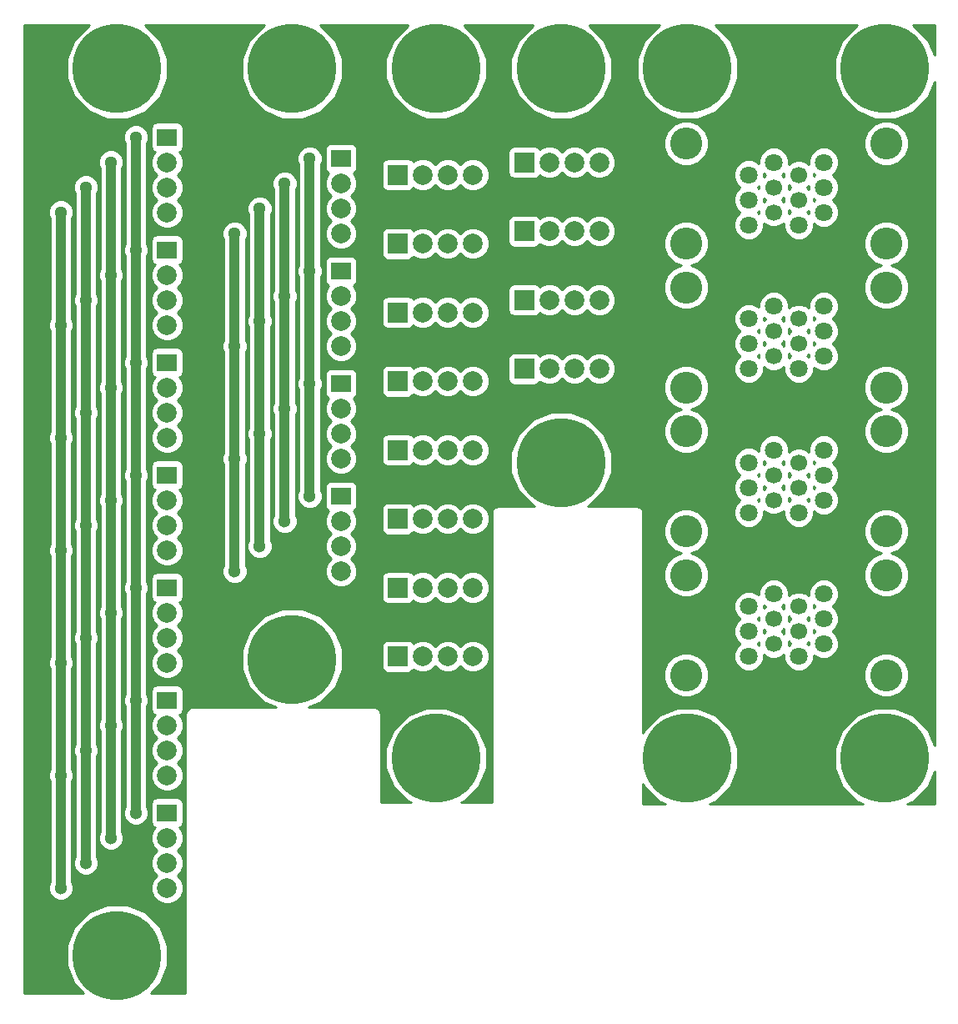
<source format=gtl>
G04 #@! TF.FileFunction,Copper,L1,Top,Signal*
%FSLAX46Y46*%
G04 Gerber Fmt 4.6, Leading zero omitted, Abs format (unit mm)*
G04 Created by KiCad (PCBNEW 4.0.5+dfsg1-4) date Tue Nov 20 18:09:02 2018*
%MOMM*%
%LPD*%
G01*
G04 APERTURE LIST*
%ADD10C,0.100000*%
%ADD11C,8.999220*%
%ADD12C,2.000000*%
%ADD13R,1.998980X1.998980*%
%ADD14C,1.998980*%
%ADD15R,1.998980X1.800860*%
%ADD16C,1.800860*%
%ADD17C,1.700000*%
%ADD18C,3.251200*%
%ADD19C,1.300000*%
%ADD20C,1.000000*%
%ADD21C,0.254000*%
G04 APERTURE END LIST*
D10*
D11*
X96520000Y-52070000D03*
D12*
X96520000Y-52070000D03*
D11*
X96520000Y-142113000D03*
D12*
X96520000Y-142113000D03*
D11*
X114300000Y-112077500D03*
D12*
X114300000Y-112077500D03*
D11*
X114300000Y-52070000D03*
D12*
X114300000Y-52070000D03*
D11*
X128905000Y-122110500D03*
D12*
X128905000Y-122110500D03*
D11*
X128905000Y-52070000D03*
D12*
X128905000Y-52070000D03*
D11*
X141605000Y-52070000D03*
D12*
X141605000Y-52070000D03*
D11*
X141605000Y-92075000D03*
D12*
X141605000Y-92075000D03*
D13*
X137858500Y-75565000D03*
D14*
X140398500Y-75565000D03*
X142938500Y-75565000D03*
X145478500Y-75565000D03*
D13*
X137858500Y-61595000D03*
D14*
X140398500Y-61595000D03*
X142938500Y-61595000D03*
X145478500Y-61595000D03*
D13*
X137858500Y-82550000D03*
D14*
X140398500Y-82550000D03*
X142938500Y-82550000D03*
X145478500Y-82550000D03*
D13*
X137858500Y-68580000D03*
D14*
X140398500Y-68580000D03*
X142938500Y-68580000D03*
X145478500Y-68580000D03*
D13*
X125031500Y-111760000D03*
D14*
X127571500Y-111760000D03*
X130111500Y-111760000D03*
X132651500Y-111760000D03*
D13*
X125031500Y-104775000D03*
D14*
X127571500Y-104775000D03*
X130111500Y-104775000D03*
X132651500Y-104775000D03*
D13*
X125031500Y-97790000D03*
D14*
X127571500Y-97790000D03*
X130111500Y-97790000D03*
X132651500Y-97790000D03*
D13*
X125031500Y-62865000D03*
D14*
X127571500Y-62865000D03*
X130111500Y-62865000D03*
X132651500Y-62865000D03*
D13*
X125031500Y-90805000D03*
D14*
X127571500Y-90805000D03*
X130111500Y-90805000D03*
X132651500Y-90805000D03*
D13*
X125031500Y-69850000D03*
D14*
X127571500Y-69850000D03*
X130111500Y-69850000D03*
X132651500Y-69850000D03*
D13*
X125031500Y-83820000D03*
D14*
X127571500Y-83820000D03*
X130111500Y-83820000D03*
X132651500Y-83820000D03*
D13*
X125031500Y-76835000D03*
D14*
X127571500Y-76835000D03*
X130111500Y-76835000D03*
X132651500Y-76835000D03*
D15*
X119253000Y-95504000D03*
D14*
X119253000Y-98044000D03*
X119253000Y-100584000D03*
X119253000Y-103124000D03*
D15*
X119253000Y-84074000D03*
D14*
X119253000Y-86614000D03*
X119253000Y-89154000D03*
X119253000Y-91694000D03*
D15*
X119253000Y-72644000D03*
D14*
X119253000Y-75184000D03*
X119253000Y-77724000D03*
X119253000Y-80264000D03*
D15*
X119253000Y-61214000D03*
D14*
X119253000Y-63754000D03*
X119253000Y-66294000D03*
X119253000Y-68834000D03*
D15*
X101600000Y-93345000D03*
D14*
X101600000Y-95885000D03*
X101600000Y-98425000D03*
X101600000Y-100965000D03*
D15*
X101600000Y-59055000D03*
D14*
X101600000Y-61595000D03*
X101600000Y-64135000D03*
X101600000Y-66675000D03*
D15*
X101600000Y-81915000D03*
D14*
X101600000Y-84455000D03*
X101600000Y-86995000D03*
X101600000Y-89535000D03*
D15*
X101600000Y-70485000D03*
D14*
X101600000Y-73025000D03*
X101600000Y-75565000D03*
X101600000Y-78105000D03*
D15*
X101600000Y-116205000D03*
D14*
X101600000Y-118745000D03*
X101600000Y-121285000D03*
X101600000Y-123825000D03*
D15*
X101600000Y-127635000D03*
D14*
X101600000Y-130175000D03*
X101600000Y-132715000D03*
X101600000Y-135255000D03*
D15*
X101600000Y-104775000D03*
D14*
X101600000Y-107315000D03*
X101600000Y-109855000D03*
X101600000Y-112395000D03*
D11*
X154432000Y-52070000D03*
D12*
X154432000Y-52070000D03*
D11*
X174498000Y-52070000D03*
D12*
X174498000Y-52070000D03*
D11*
X154432000Y-122110500D03*
D12*
X154432000Y-122110500D03*
D11*
X174498000Y-122110500D03*
D12*
X174498000Y-122110500D03*
D16*
X160655000Y-109220000D03*
X160655000Y-106680000D03*
X160655000Y-111760000D03*
X163195000Y-105410000D03*
D17*
X163195000Y-107950000D03*
X163195000Y-110490000D03*
D18*
X154305000Y-113665000D03*
X154305000Y-103505000D03*
D16*
X168275000Y-107950000D03*
X168275000Y-110490000D03*
X168275000Y-105410000D03*
X165735000Y-111760000D03*
D17*
X165735000Y-109220000D03*
X165735000Y-106680000D03*
D18*
X174625000Y-103505000D03*
X174625000Y-113665000D03*
D16*
X160655000Y-94615000D03*
X160655000Y-92075000D03*
X160655000Y-97155000D03*
X163195000Y-90805000D03*
D17*
X163195000Y-93345000D03*
X163195000Y-95885000D03*
D18*
X154305000Y-99060000D03*
X154305000Y-88900000D03*
D16*
X168275000Y-93345000D03*
X168275000Y-95885000D03*
X168275000Y-90805000D03*
X165735000Y-97155000D03*
D17*
X165735000Y-94615000D03*
X165735000Y-92075000D03*
D18*
X174625000Y-88900000D03*
X174625000Y-99060000D03*
D16*
X160655000Y-80010000D03*
X160655000Y-77470000D03*
X160655000Y-82550000D03*
X163195000Y-76200000D03*
D17*
X163195000Y-78740000D03*
X163195000Y-81280000D03*
D18*
X154305000Y-84455000D03*
X154305000Y-74295000D03*
D16*
X168275000Y-78740000D03*
X168275000Y-81280000D03*
X168275000Y-76200000D03*
X165735000Y-82550000D03*
D17*
X165735000Y-80010000D03*
X165735000Y-77470000D03*
D18*
X174625000Y-74295000D03*
X174625000Y-84455000D03*
D16*
X160655000Y-65405000D03*
X160655000Y-62865000D03*
X160655000Y-67945000D03*
X163195000Y-61595000D03*
D17*
X163195000Y-64135000D03*
X163195000Y-66675000D03*
D18*
X154305000Y-69850000D03*
X154305000Y-59690000D03*
D16*
X168275000Y-64135000D03*
X168275000Y-66675000D03*
X168275000Y-61595000D03*
X165735000Y-67945000D03*
D17*
X165735000Y-65405000D03*
X165735000Y-62865000D03*
D18*
X174625000Y-59690000D03*
X174625000Y-69850000D03*
D19*
X98425000Y-70485000D03*
X98425000Y-81915000D03*
X98425000Y-93345000D03*
X98425000Y-104775000D03*
X98425000Y-116205000D03*
X98425000Y-127635000D03*
X98425000Y-59055000D03*
X95885000Y-73025000D03*
X95885000Y-84455000D03*
X95885000Y-95885000D03*
X95885000Y-107315000D03*
X95885000Y-118745000D03*
X95885000Y-61595000D03*
X95885000Y-130175000D03*
X93345000Y-75565000D03*
X93345000Y-86995000D03*
X93345000Y-98425000D03*
X93345000Y-109855000D03*
X93345000Y-121285000D03*
X93345000Y-64135000D03*
X93345000Y-132715000D03*
X90805000Y-78105000D03*
X90805000Y-89535000D03*
X90805000Y-100965000D03*
X90805000Y-112395000D03*
X90805000Y-123825000D03*
X90805000Y-135255000D03*
X90805000Y-66675000D03*
X101600000Y-135255000D03*
X116078000Y-84074000D03*
X116078000Y-72644000D03*
X116078000Y-95504000D03*
X116078000Y-61214000D03*
X113538000Y-86614000D03*
X113538000Y-75184000D03*
X113538000Y-98044000D03*
X113538000Y-63754000D03*
X110998000Y-89154000D03*
X110998000Y-77724000D03*
X110998000Y-66294000D03*
X110998000Y-100584000D03*
X108458000Y-91694000D03*
X108458000Y-80264000D03*
X108458000Y-103124000D03*
X108458000Y-68834000D03*
D20*
X98425000Y-59055000D02*
X98425000Y-70485000D01*
X98425000Y-70485000D02*
X98425000Y-81915000D01*
X98425000Y-81915000D02*
X98425000Y-93345000D01*
X98425000Y-93345000D02*
X98425000Y-104775000D01*
X98425000Y-104775000D02*
X98425000Y-116205000D01*
X98425000Y-116205000D02*
X98425000Y-127635000D01*
X95885000Y-130175000D02*
X95885000Y-118745000D01*
X95885000Y-118745000D02*
X95885000Y-107315000D01*
X95885000Y-107315000D02*
X95885000Y-95885000D01*
X95885000Y-95885000D02*
X95885000Y-84455000D01*
X95885000Y-84455000D02*
X95885000Y-73025000D01*
X95885000Y-73025000D02*
X95885000Y-61595000D01*
X93345000Y-132715000D02*
X93345000Y-121285000D01*
X93345000Y-121285000D02*
X93345000Y-109855000D01*
X93345000Y-109855000D02*
X93345000Y-98425000D01*
X93345000Y-98425000D02*
X93345000Y-86995000D01*
X93345000Y-86995000D02*
X93345000Y-75565000D01*
X93345000Y-75565000D02*
X93345000Y-64135000D01*
X90805000Y-66675000D02*
X90805000Y-78105000D01*
X90805000Y-78105000D02*
X90805000Y-89535000D01*
X90805000Y-89535000D02*
X90805000Y-100965000D01*
X90805000Y-100965000D02*
X90805000Y-112395000D01*
X90805000Y-112395000D02*
X90805000Y-123825000D01*
X90805000Y-123825000D02*
X90805000Y-135255000D01*
X116078000Y-61214000D02*
X116078000Y-72644000D01*
X116078000Y-72644000D02*
X116078000Y-84074000D01*
X116078000Y-84074000D02*
X116078000Y-95504000D01*
X113538000Y-63754000D02*
X113538000Y-75184000D01*
X113538000Y-75184000D02*
X113538000Y-86614000D01*
X113538000Y-86614000D02*
X113538000Y-98044000D01*
X110998000Y-100584000D02*
X110998000Y-89154000D01*
X110998000Y-89154000D02*
X110998000Y-77724000D01*
X110998000Y-77724000D02*
X110998000Y-66294000D01*
X108458000Y-68834000D02*
X108458000Y-80264000D01*
X108458000Y-80264000D02*
X108458000Y-91694000D01*
X108458000Y-91694000D02*
X108458000Y-103124000D01*
D21*
G36*
X93615277Y-47714551D02*
X92169628Y-49157680D01*
X91386283Y-51044182D01*
X91384501Y-53086856D01*
X92164551Y-54974723D01*
X93607680Y-56420372D01*
X95494182Y-57203717D01*
X97536856Y-57205499D01*
X99424723Y-56425449D01*
X100870372Y-54982320D01*
X101653717Y-53095818D01*
X101655499Y-51053144D01*
X100875449Y-49165277D01*
X99432320Y-47719628D01*
X99385051Y-47700000D01*
X111430493Y-47700000D01*
X111395277Y-47714551D01*
X109949628Y-49157680D01*
X109166283Y-51044182D01*
X109164501Y-53086856D01*
X109944551Y-54974723D01*
X111387680Y-56420372D01*
X113274182Y-57203717D01*
X115316856Y-57205499D01*
X117204723Y-56425449D01*
X118650372Y-54982320D01*
X119433717Y-53095818D01*
X119435499Y-51053144D01*
X118655449Y-49165277D01*
X117212320Y-47719628D01*
X117165051Y-47700000D01*
X126035493Y-47700000D01*
X126000277Y-47714551D01*
X124554628Y-49157680D01*
X123771283Y-51044182D01*
X123769501Y-53086856D01*
X124549551Y-54974723D01*
X125992680Y-56420372D01*
X127879182Y-57203717D01*
X129921856Y-57205499D01*
X131809723Y-56425449D01*
X133255372Y-54982320D01*
X134038717Y-53095818D01*
X134040499Y-51053144D01*
X133260449Y-49165277D01*
X131817320Y-47719628D01*
X131770051Y-47700000D01*
X138735493Y-47700000D01*
X138700277Y-47714551D01*
X137254628Y-49157680D01*
X136471283Y-51044182D01*
X136469501Y-53086856D01*
X137249551Y-54974723D01*
X138692680Y-56420372D01*
X140579182Y-57203717D01*
X142621856Y-57205499D01*
X144509723Y-56425449D01*
X145955372Y-54982320D01*
X146738717Y-53095818D01*
X146740499Y-51053144D01*
X145960449Y-49165277D01*
X144517320Y-47719628D01*
X144470051Y-47700000D01*
X151562493Y-47700000D01*
X151527277Y-47714551D01*
X150081628Y-49157680D01*
X149298283Y-51044182D01*
X149296501Y-53086856D01*
X150076551Y-54974723D01*
X151519680Y-56420372D01*
X153406182Y-57203717D01*
X155448856Y-57205499D01*
X157336723Y-56425449D01*
X158782372Y-54982320D01*
X159565717Y-53095818D01*
X159567499Y-51053144D01*
X158787449Y-49165277D01*
X157344320Y-47719628D01*
X157297051Y-47700000D01*
X171628493Y-47700000D01*
X171593277Y-47714551D01*
X170147628Y-49157680D01*
X169364283Y-51044182D01*
X169362501Y-53086856D01*
X170142551Y-54974723D01*
X171585680Y-56420372D01*
X173472182Y-57203717D01*
X175514856Y-57205499D01*
X177402723Y-56425449D01*
X178848372Y-54982320D01*
X179503000Y-53405803D01*
X179503000Y-120777812D01*
X178853449Y-119205777D01*
X177410320Y-117760128D01*
X175523818Y-116976783D01*
X173481144Y-116975001D01*
X171593277Y-117755051D01*
X170147628Y-119198180D01*
X169364283Y-121084682D01*
X169362501Y-123127356D01*
X170142551Y-125015223D01*
X171585680Y-126460872D01*
X172244649Y-126734500D01*
X156686779Y-126734500D01*
X157336723Y-126465949D01*
X158782372Y-125022820D01*
X159565717Y-123136318D01*
X159567499Y-121093644D01*
X158787449Y-119205777D01*
X157344320Y-117760128D01*
X155457818Y-116976783D01*
X153415144Y-116975001D01*
X151527277Y-117755051D01*
X150081628Y-119198180D01*
X149935000Y-119551299D01*
X149935000Y-114112688D01*
X152044008Y-114112688D01*
X152387439Y-114943854D01*
X153022801Y-115580326D01*
X153853366Y-115925207D01*
X154752688Y-115925992D01*
X155583854Y-115582561D01*
X156220326Y-114947199D01*
X156565207Y-114116634D01*
X156565210Y-114112688D01*
X172364008Y-114112688D01*
X172707439Y-114943854D01*
X173342801Y-115580326D01*
X174173366Y-115925207D01*
X175072688Y-115925992D01*
X175903854Y-115582561D01*
X176540326Y-114947199D01*
X176885207Y-114116634D01*
X176885992Y-113217312D01*
X176542561Y-112386146D01*
X175907199Y-111749674D01*
X175076634Y-111404793D01*
X174177312Y-111404008D01*
X173346146Y-111747439D01*
X172709674Y-112382801D01*
X172364793Y-113213366D01*
X172364008Y-114112688D01*
X156565210Y-114112688D01*
X156565992Y-113217312D01*
X156222561Y-112386146D01*
X155587199Y-111749674D01*
X154756634Y-111404793D01*
X153857312Y-111404008D01*
X153026146Y-111747439D01*
X152389674Y-112382801D01*
X152044793Y-113213366D01*
X152044008Y-114112688D01*
X149935000Y-114112688D01*
X149935000Y-106984076D01*
X159119304Y-106984076D01*
X159352567Y-107548615D01*
X159753573Y-107950322D01*
X159354085Y-108349113D01*
X159119837Y-108913244D01*
X159119304Y-109524076D01*
X159352567Y-110088615D01*
X159753573Y-110490322D01*
X159354085Y-110889113D01*
X159119837Y-111453244D01*
X159119304Y-112064076D01*
X159352567Y-112628615D01*
X159784113Y-113060915D01*
X160348244Y-113295163D01*
X160959076Y-113295696D01*
X161523615Y-113062433D01*
X161955915Y-112630887D01*
X162190163Y-112066756D01*
X162190583Y-111585771D01*
X162352717Y-111748188D01*
X162898319Y-111974742D01*
X163489089Y-111975257D01*
X164035086Y-111749656D01*
X164199722Y-111585307D01*
X164199304Y-112064076D01*
X164432567Y-112628615D01*
X164864113Y-113060915D01*
X165428244Y-113295163D01*
X166039076Y-113295696D01*
X166603615Y-113062433D01*
X167035915Y-112630887D01*
X167270163Y-112066756D01*
X167270520Y-111657089D01*
X167404113Y-111790915D01*
X167968244Y-112025163D01*
X168579076Y-112025696D01*
X169143615Y-111792433D01*
X169575915Y-111360887D01*
X169810163Y-110796756D01*
X169810696Y-110185924D01*
X169577433Y-109621385D01*
X169176427Y-109219678D01*
X169575915Y-108820887D01*
X169810163Y-108256756D01*
X169810696Y-107645924D01*
X169577433Y-107081385D01*
X169176427Y-106679678D01*
X169575915Y-106280887D01*
X169810163Y-105716756D01*
X169810696Y-105105924D01*
X169577433Y-104541385D01*
X169145887Y-104109085D01*
X168581756Y-103874837D01*
X167970924Y-103874304D01*
X167406385Y-104107567D01*
X166974085Y-104539113D01*
X166739837Y-105103244D01*
X166739417Y-105584229D01*
X166577283Y-105421812D01*
X166031681Y-105195258D01*
X165440911Y-105194743D01*
X164894914Y-105420344D01*
X164730278Y-105584693D01*
X164730696Y-105105924D01*
X164497433Y-104541385D01*
X164065887Y-104109085D01*
X163501756Y-103874837D01*
X162890924Y-103874304D01*
X162326385Y-104107567D01*
X161894085Y-104539113D01*
X161659837Y-105103244D01*
X161659480Y-105512911D01*
X161525887Y-105379085D01*
X160961756Y-105144837D01*
X160350924Y-105144304D01*
X159786385Y-105377567D01*
X159354085Y-105809113D01*
X159119837Y-106373244D01*
X159119304Y-106984076D01*
X149935000Y-106984076D01*
X149935000Y-99507688D01*
X152044008Y-99507688D01*
X152387439Y-100338854D01*
X153022801Y-100975326D01*
X153763354Y-101282831D01*
X153026146Y-101587439D01*
X152389674Y-102222801D01*
X152044793Y-103053366D01*
X152044008Y-103952688D01*
X152387439Y-104783854D01*
X153022801Y-105420326D01*
X153853366Y-105765207D01*
X154752688Y-105765992D01*
X155583854Y-105422561D01*
X156220326Y-104787199D01*
X156565207Y-103956634D01*
X156565992Y-103057312D01*
X156222561Y-102226146D01*
X155587199Y-101589674D01*
X154846646Y-101282169D01*
X155583854Y-100977561D01*
X156220326Y-100342199D01*
X156565207Y-99511634D01*
X156565210Y-99507688D01*
X172364008Y-99507688D01*
X172707439Y-100338854D01*
X173342801Y-100975326D01*
X174083354Y-101282831D01*
X173346146Y-101587439D01*
X172709674Y-102222801D01*
X172364793Y-103053366D01*
X172364008Y-103952688D01*
X172707439Y-104783854D01*
X173342801Y-105420326D01*
X174173366Y-105765207D01*
X175072688Y-105765992D01*
X175903854Y-105422561D01*
X176540326Y-104787199D01*
X176885207Y-103956634D01*
X176885992Y-103057312D01*
X176542561Y-102226146D01*
X175907199Y-101589674D01*
X175166646Y-101282169D01*
X175903854Y-100977561D01*
X176540326Y-100342199D01*
X176885207Y-99511634D01*
X176885992Y-98612312D01*
X176542561Y-97781146D01*
X175907199Y-97144674D01*
X175076634Y-96799793D01*
X174177312Y-96799008D01*
X173346146Y-97142439D01*
X172709674Y-97777801D01*
X172364793Y-98608366D01*
X172364008Y-99507688D01*
X156565210Y-99507688D01*
X156565992Y-98612312D01*
X156222561Y-97781146D01*
X155587199Y-97144674D01*
X154756634Y-96799793D01*
X153857312Y-96799008D01*
X153026146Y-97142439D01*
X152389674Y-97777801D01*
X152044793Y-98608366D01*
X152044008Y-99507688D01*
X149935000Y-99507688D01*
X149935000Y-97218500D01*
X149880954Y-96946795D01*
X149727046Y-96716454D01*
X149496705Y-96562546D01*
X149225000Y-96508500D01*
X144320825Y-96508500D01*
X144509723Y-96430449D01*
X145955372Y-94987320D01*
X146738717Y-93100818D01*
X146739346Y-92379076D01*
X159119304Y-92379076D01*
X159352567Y-92943615D01*
X159753573Y-93345322D01*
X159354085Y-93744113D01*
X159119837Y-94308244D01*
X159119304Y-94919076D01*
X159352567Y-95483615D01*
X159753573Y-95885322D01*
X159354085Y-96284113D01*
X159119837Y-96848244D01*
X159119304Y-97459076D01*
X159352567Y-98023615D01*
X159784113Y-98455915D01*
X160348244Y-98690163D01*
X160959076Y-98690696D01*
X161523615Y-98457433D01*
X161955915Y-98025887D01*
X162190163Y-97461756D01*
X162190583Y-96980771D01*
X162352717Y-97143188D01*
X162898319Y-97369742D01*
X163489089Y-97370257D01*
X164035086Y-97144656D01*
X164199722Y-96980307D01*
X164199304Y-97459076D01*
X164432567Y-98023615D01*
X164864113Y-98455915D01*
X165428244Y-98690163D01*
X166039076Y-98690696D01*
X166603615Y-98457433D01*
X167035915Y-98025887D01*
X167270163Y-97461756D01*
X167270520Y-97052089D01*
X167404113Y-97185915D01*
X167968244Y-97420163D01*
X168579076Y-97420696D01*
X169143615Y-97187433D01*
X169575915Y-96755887D01*
X169810163Y-96191756D01*
X169810696Y-95580924D01*
X169577433Y-95016385D01*
X169176427Y-94614678D01*
X169575915Y-94215887D01*
X169810163Y-93651756D01*
X169810696Y-93040924D01*
X169577433Y-92476385D01*
X169176427Y-92074678D01*
X169575915Y-91675887D01*
X169810163Y-91111756D01*
X169810696Y-90500924D01*
X169577433Y-89936385D01*
X169145887Y-89504085D01*
X168581756Y-89269837D01*
X167970924Y-89269304D01*
X167406385Y-89502567D01*
X166974085Y-89934113D01*
X166739837Y-90498244D01*
X166739417Y-90979229D01*
X166577283Y-90816812D01*
X166031681Y-90590258D01*
X165440911Y-90589743D01*
X164894914Y-90815344D01*
X164730278Y-90979693D01*
X164730696Y-90500924D01*
X164497433Y-89936385D01*
X164065887Y-89504085D01*
X163501756Y-89269837D01*
X162890924Y-89269304D01*
X162326385Y-89502567D01*
X161894085Y-89934113D01*
X161659837Y-90498244D01*
X161659480Y-90907911D01*
X161525887Y-90774085D01*
X160961756Y-90539837D01*
X160350924Y-90539304D01*
X159786385Y-90772567D01*
X159354085Y-91204113D01*
X159119837Y-91768244D01*
X159119304Y-92379076D01*
X146739346Y-92379076D01*
X146740499Y-91058144D01*
X145960449Y-89170277D01*
X144517320Y-87724628D01*
X142630818Y-86941283D01*
X140588144Y-86939501D01*
X138700277Y-87719551D01*
X137254628Y-89162680D01*
X136471283Y-91049182D01*
X136469501Y-93091856D01*
X137249551Y-94979723D01*
X138692680Y-96425372D01*
X138892874Y-96508500D01*
X135255000Y-96508500D01*
X134983295Y-96562546D01*
X134752954Y-96716454D01*
X134599046Y-96946795D01*
X134545000Y-97218500D01*
X134545000Y-126607500D01*
X131467143Y-126607500D01*
X131809723Y-126465949D01*
X133255372Y-125022820D01*
X134038717Y-123136318D01*
X134040499Y-121093644D01*
X133260449Y-119205777D01*
X131817320Y-117760128D01*
X129930818Y-116976783D01*
X127888144Y-116975001D01*
X126000277Y-117755051D01*
X124554628Y-119198180D01*
X123771283Y-121084682D01*
X123769501Y-123127356D01*
X124549551Y-125015223D01*
X125992680Y-126460872D01*
X126345799Y-126607500D01*
X123328500Y-126607500D01*
X123328500Y-117665500D01*
X123274454Y-117393795D01*
X123120546Y-117163454D01*
X122890205Y-117009546D01*
X122618500Y-116955500D01*
X115940052Y-116955500D01*
X117204723Y-116432949D01*
X118650372Y-114989820D01*
X119433717Y-113103318D01*
X119435499Y-111060644D01*
X119311487Y-110760510D01*
X123384570Y-110760510D01*
X123384570Y-112759490D01*
X123428848Y-112994807D01*
X123567920Y-113210931D01*
X123780120Y-113355921D01*
X124032010Y-113406930D01*
X126030990Y-113406930D01*
X126266307Y-113362652D01*
X126482431Y-113223580D01*
X126580193Y-113080500D01*
X126644427Y-113144846D01*
X127244953Y-113394206D01*
X127895194Y-113394774D01*
X128496155Y-113146462D01*
X128841699Y-112801520D01*
X129184427Y-113144846D01*
X129784953Y-113394206D01*
X130435194Y-113394774D01*
X131036155Y-113146462D01*
X131381699Y-112801520D01*
X131724427Y-113144846D01*
X132324953Y-113394206D01*
X132975194Y-113394774D01*
X133576155Y-113146462D01*
X134036346Y-112687073D01*
X134285706Y-112086547D01*
X134286274Y-111436306D01*
X134037962Y-110835345D01*
X133578573Y-110375154D01*
X132978047Y-110125794D01*
X132327806Y-110125226D01*
X131726845Y-110373538D01*
X131381301Y-110718480D01*
X131038573Y-110375154D01*
X130438047Y-110125794D01*
X129787806Y-110125226D01*
X129186845Y-110373538D01*
X128841301Y-110718480D01*
X128498573Y-110375154D01*
X127898047Y-110125794D01*
X127247806Y-110125226D01*
X126646845Y-110373538D01*
X126579698Y-110440568D01*
X126495080Y-110309069D01*
X126282880Y-110164079D01*
X126030990Y-110113070D01*
X124032010Y-110113070D01*
X123796693Y-110157348D01*
X123580569Y-110296420D01*
X123435579Y-110508620D01*
X123384570Y-110760510D01*
X119311487Y-110760510D01*
X118655449Y-109172777D01*
X117212320Y-107727128D01*
X115325818Y-106943783D01*
X113283144Y-106942001D01*
X111395277Y-107722051D01*
X109949628Y-109165180D01*
X109166283Y-111051682D01*
X109164501Y-113094356D01*
X109944551Y-114982223D01*
X111387680Y-116427872D01*
X112658348Y-116955500D01*
X104140000Y-116955500D01*
X103868295Y-117009546D01*
X103637954Y-117163454D01*
X103484046Y-117393795D01*
X103430000Y-117665500D01*
X103430000Y-145975000D01*
X99919034Y-145975000D01*
X100870372Y-145025320D01*
X101653717Y-143138818D01*
X101655499Y-141096144D01*
X100875449Y-139208277D01*
X99432320Y-137762628D01*
X97545818Y-136979283D01*
X95503144Y-136977501D01*
X93615277Y-137757551D01*
X92169628Y-139200680D01*
X91386283Y-141087182D01*
X91384501Y-143129856D01*
X92164551Y-145017723D01*
X93120159Y-145975000D01*
X87070000Y-145975000D01*
X87070000Y-66929481D01*
X89519777Y-66929481D01*
X89670000Y-67293047D01*
X89670000Y-77487573D01*
X89520223Y-77848276D01*
X89519777Y-78359481D01*
X89670000Y-78723047D01*
X89670000Y-88917573D01*
X89520223Y-89278276D01*
X89519777Y-89789481D01*
X89670000Y-90153047D01*
X89670000Y-100347573D01*
X89520223Y-100708276D01*
X89519777Y-101219481D01*
X89670000Y-101583047D01*
X89670000Y-111777573D01*
X89520223Y-112138276D01*
X89519777Y-112649481D01*
X89670000Y-113013047D01*
X89670000Y-123207573D01*
X89520223Y-123568276D01*
X89519777Y-124079481D01*
X89670000Y-124443047D01*
X89670000Y-134637573D01*
X89520223Y-134998276D01*
X89519777Y-135509481D01*
X89714995Y-135981943D01*
X90076155Y-136343735D01*
X90548276Y-136539777D01*
X91059481Y-136540223D01*
X91531943Y-136345005D01*
X91893735Y-135983845D01*
X92089777Y-135511724D01*
X92090223Y-135000519D01*
X91940000Y-134636953D01*
X91940000Y-124442427D01*
X92089777Y-124081724D01*
X92090223Y-123570519D01*
X91940000Y-123206953D01*
X91940000Y-113012427D01*
X92089777Y-112651724D01*
X92090223Y-112140519D01*
X91940000Y-111776953D01*
X91940000Y-101582427D01*
X92089777Y-101221724D01*
X92090223Y-100710519D01*
X91940000Y-100346953D01*
X91940000Y-90152427D01*
X92089777Y-89791724D01*
X92090223Y-89280519D01*
X91940000Y-88916953D01*
X91940000Y-78722427D01*
X92089777Y-78361724D01*
X92090223Y-77850519D01*
X91940000Y-77486953D01*
X91940000Y-67292427D01*
X92089777Y-66931724D01*
X92090223Y-66420519D01*
X91895005Y-65948057D01*
X91533845Y-65586265D01*
X91061724Y-65390223D01*
X90550519Y-65389777D01*
X90078057Y-65584995D01*
X89716265Y-65946155D01*
X89520223Y-66418276D01*
X89519777Y-66929481D01*
X87070000Y-66929481D01*
X87070000Y-64389481D01*
X92059777Y-64389481D01*
X92210000Y-64753047D01*
X92210000Y-74947573D01*
X92060223Y-75308276D01*
X92059777Y-75819481D01*
X92210000Y-76183047D01*
X92210000Y-86377573D01*
X92060223Y-86738276D01*
X92059777Y-87249481D01*
X92210000Y-87613047D01*
X92210000Y-97807573D01*
X92060223Y-98168276D01*
X92059777Y-98679481D01*
X92210000Y-99043047D01*
X92210000Y-109237573D01*
X92060223Y-109598276D01*
X92059777Y-110109481D01*
X92210000Y-110473047D01*
X92210000Y-120667573D01*
X92060223Y-121028276D01*
X92059777Y-121539481D01*
X92210000Y-121903047D01*
X92210000Y-132097573D01*
X92060223Y-132458276D01*
X92059777Y-132969481D01*
X92254995Y-133441943D01*
X92616155Y-133803735D01*
X93088276Y-133999777D01*
X93599481Y-134000223D01*
X94071943Y-133805005D01*
X94433735Y-133443845D01*
X94629777Y-132971724D01*
X94630223Y-132460519D01*
X94480000Y-132096953D01*
X94480000Y-121902427D01*
X94629777Y-121541724D01*
X94630223Y-121030519D01*
X94480000Y-120666953D01*
X94480000Y-110472427D01*
X94629777Y-110111724D01*
X94630223Y-109600519D01*
X94480000Y-109236953D01*
X94480000Y-99042427D01*
X94629777Y-98681724D01*
X94630223Y-98170519D01*
X94480000Y-97806953D01*
X94480000Y-87612427D01*
X94629777Y-87251724D01*
X94630223Y-86740519D01*
X94480000Y-86376953D01*
X94480000Y-76182427D01*
X94629777Y-75821724D01*
X94630223Y-75310519D01*
X94480000Y-74946953D01*
X94480000Y-64752427D01*
X94629777Y-64391724D01*
X94630223Y-63880519D01*
X94435005Y-63408057D01*
X94073845Y-63046265D01*
X93601724Y-62850223D01*
X93090519Y-62849777D01*
X92618057Y-63044995D01*
X92256265Y-63406155D01*
X92060223Y-63878276D01*
X92059777Y-64389481D01*
X87070000Y-64389481D01*
X87070000Y-61849481D01*
X94599777Y-61849481D01*
X94750000Y-62213047D01*
X94750000Y-72407573D01*
X94600223Y-72768276D01*
X94599777Y-73279481D01*
X94750000Y-73643047D01*
X94750000Y-83837573D01*
X94600223Y-84198276D01*
X94599777Y-84709481D01*
X94750000Y-85073047D01*
X94750000Y-95267573D01*
X94600223Y-95628276D01*
X94599777Y-96139481D01*
X94750000Y-96503047D01*
X94750000Y-106697573D01*
X94600223Y-107058276D01*
X94599777Y-107569481D01*
X94750000Y-107933047D01*
X94750000Y-118127573D01*
X94600223Y-118488276D01*
X94599777Y-118999481D01*
X94750000Y-119363047D01*
X94750000Y-129557573D01*
X94600223Y-129918276D01*
X94599777Y-130429481D01*
X94794995Y-130901943D01*
X95156155Y-131263735D01*
X95628276Y-131459777D01*
X96139481Y-131460223D01*
X96611943Y-131265005D01*
X96973735Y-130903845D01*
X97169777Y-130431724D01*
X97170223Y-129920519D01*
X97020000Y-129556953D01*
X97020000Y-119362427D01*
X97169777Y-119001724D01*
X97170223Y-118490519D01*
X97020000Y-118126953D01*
X97020000Y-107932427D01*
X97169777Y-107571724D01*
X97170223Y-107060519D01*
X97020000Y-106696953D01*
X97020000Y-96502427D01*
X97169777Y-96141724D01*
X97170223Y-95630519D01*
X97020000Y-95266953D01*
X97020000Y-85072427D01*
X97169777Y-84711724D01*
X97170223Y-84200519D01*
X97020000Y-83836953D01*
X97020000Y-73642427D01*
X97169777Y-73281724D01*
X97170223Y-72770519D01*
X97020000Y-72406953D01*
X97020000Y-62212427D01*
X97169777Y-61851724D01*
X97170223Y-61340519D01*
X96975005Y-60868057D01*
X96613845Y-60506265D01*
X96141724Y-60310223D01*
X95630519Y-60309777D01*
X95158057Y-60504995D01*
X94796265Y-60866155D01*
X94600223Y-61338276D01*
X94599777Y-61849481D01*
X87070000Y-61849481D01*
X87070000Y-59309481D01*
X97139777Y-59309481D01*
X97290000Y-59673047D01*
X97290000Y-69867573D01*
X97140223Y-70228276D01*
X97139777Y-70739481D01*
X97290000Y-71103047D01*
X97290000Y-81297573D01*
X97140223Y-81658276D01*
X97139777Y-82169481D01*
X97290000Y-82533047D01*
X97290000Y-92727573D01*
X97140223Y-93088276D01*
X97139777Y-93599481D01*
X97290000Y-93963047D01*
X97290000Y-104157573D01*
X97140223Y-104518276D01*
X97139777Y-105029481D01*
X97290000Y-105393047D01*
X97290000Y-115587573D01*
X97140223Y-115948276D01*
X97139777Y-116459481D01*
X97290000Y-116823047D01*
X97290000Y-127017573D01*
X97140223Y-127378276D01*
X97139777Y-127889481D01*
X97334995Y-128361943D01*
X97696155Y-128723735D01*
X98168276Y-128919777D01*
X98679481Y-128920223D01*
X99151943Y-128725005D01*
X99513735Y-128363845D01*
X99709777Y-127891724D01*
X99710223Y-127380519D01*
X99560000Y-127016953D01*
X99560000Y-126734570D01*
X99953070Y-126734570D01*
X99953070Y-128535430D01*
X99997348Y-128770747D01*
X100136420Y-128986871D01*
X100338411Y-129124885D01*
X100215154Y-129247927D01*
X99965794Y-129848453D01*
X99965226Y-130498694D01*
X100213538Y-131099655D01*
X100558480Y-131445199D01*
X100215154Y-131787927D01*
X99965794Y-132388453D01*
X99965226Y-133038694D01*
X100213538Y-133639655D01*
X100558480Y-133985199D01*
X100215154Y-134327927D01*
X99965794Y-134928453D01*
X99965226Y-135578694D01*
X100213538Y-136179655D01*
X100672927Y-136639846D01*
X101273453Y-136889206D01*
X101923694Y-136889774D01*
X102524655Y-136641462D01*
X102984846Y-136182073D01*
X103234206Y-135581547D01*
X103234774Y-134931306D01*
X102986462Y-134330345D01*
X102641520Y-133984801D01*
X102984846Y-133642073D01*
X103234206Y-133041547D01*
X103234774Y-132391306D01*
X102986462Y-131790345D01*
X102641520Y-131444801D01*
X102984846Y-131102073D01*
X103234206Y-130501547D01*
X103234774Y-129851306D01*
X102986462Y-129250345D01*
X102859221Y-129122882D01*
X103050931Y-128999520D01*
X103195921Y-128787320D01*
X103246930Y-128535430D01*
X103246930Y-126734570D01*
X103202652Y-126499253D01*
X103063580Y-126283129D01*
X102851380Y-126138139D01*
X102599490Y-126087130D01*
X100600510Y-126087130D01*
X100365193Y-126131408D01*
X100149069Y-126270480D01*
X100004079Y-126482680D01*
X99953070Y-126734570D01*
X99560000Y-126734570D01*
X99560000Y-116822427D01*
X99709777Y-116461724D01*
X99710223Y-115950519D01*
X99560000Y-115586953D01*
X99560000Y-115304570D01*
X99953070Y-115304570D01*
X99953070Y-117105430D01*
X99997348Y-117340747D01*
X100136420Y-117556871D01*
X100338411Y-117694885D01*
X100215154Y-117817927D01*
X99965794Y-118418453D01*
X99965226Y-119068694D01*
X100213538Y-119669655D01*
X100558480Y-120015199D01*
X100215154Y-120357927D01*
X99965794Y-120958453D01*
X99965226Y-121608694D01*
X100213538Y-122209655D01*
X100558480Y-122555199D01*
X100215154Y-122897927D01*
X99965794Y-123498453D01*
X99965226Y-124148694D01*
X100213538Y-124749655D01*
X100672927Y-125209846D01*
X101273453Y-125459206D01*
X101923694Y-125459774D01*
X102524655Y-125211462D01*
X102984846Y-124752073D01*
X103234206Y-124151547D01*
X103234774Y-123501306D01*
X102986462Y-122900345D01*
X102641520Y-122554801D01*
X102984846Y-122212073D01*
X103234206Y-121611547D01*
X103234774Y-120961306D01*
X102986462Y-120360345D01*
X102641520Y-120014801D01*
X102984846Y-119672073D01*
X103234206Y-119071547D01*
X103234774Y-118421306D01*
X102986462Y-117820345D01*
X102859221Y-117692882D01*
X103050931Y-117569520D01*
X103195921Y-117357320D01*
X103246930Y-117105430D01*
X103246930Y-115304570D01*
X103202652Y-115069253D01*
X103063580Y-114853129D01*
X102851380Y-114708139D01*
X102599490Y-114657130D01*
X100600510Y-114657130D01*
X100365193Y-114701408D01*
X100149069Y-114840480D01*
X100004079Y-115052680D01*
X99953070Y-115304570D01*
X99560000Y-115304570D01*
X99560000Y-105392427D01*
X99709777Y-105031724D01*
X99710223Y-104520519D01*
X99560000Y-104156953D01*
X99560000Y-103874570D01*
X99953070Y-103874570D01*
X99953070Y-105675430D01*
X99997348Y-105910747D01*
X100136420Y-106126871D01*
X100338411Y-106264885D01*
X100215154Y-106387927D01*
X99965794Y-106988453D01*
X99965226Y-107638694D01*
X100213538Y-108239655D01*
X100558480Y-108585199D01*
X100215154Y-108927927D01*
X99965794Y-109528453D01*
X99965226Y-110178694D01*
X100213538Y-110779655D01*
X100558480Y-111125199D01*
X100215154Y-111467927D01*
X99965794Y-112068453D01*
X99965226Y-112718694D01*
X100213538Y-113319655D01*
X100672927Y-113779846D01*
X101273453Y-114029206D01*
X101923694Y-114029774D01*
X102524655Y-113781462D01*
X102984846Y-113322073D01*
X103234206Y-112721547D01*
X103234774Y-112071306D01*
X102986462Y-111470345D01*
X102641520Y-111124801D01*
X102984846Y-110782073D01*
X103234206Y-110181547D01*
X103234774Y-109531306D01*
X102986462Y-108930345D01*
X102641520Y-108584801D01*
X102984846Y-108242073D01*
X103234206Y-107641547D01*
X103234774Y-106991306D01*
X102986462Y-106390345D01*
X102859221Y-106262882D01*
X103050931Y-106139520D01*
X103195921Y-105927320D01*
X103246930Y-105675430D01*
X103246930Y-103874570D01*
X103202652Y-103639253D01*
X103063580Y-103423129D01*
X102851380Y-103278139D01*
X102599490Y-103227130D01*
X100600510Y-103227130D01*
X100365193Y-103271408D01*
X100149069Y-103410480D01*
X100004079Y-103622680D01*
X99953070Y-103874570D01*
X99560000Y-103874570D01*
X99560000Y-93962427D01*
X99709777Y-93601724D01*
X99710223Y-93090519D01*
X99560000Y-92726953D01*
X99560000Y-92444570D01*
X99953070Y-92444570D01*
X99953070Y-94245430D01*
X99997348Y-94480747D01*
X100136420Y-94696871D01*
X100338411Y-94834885D01*
X100215154Y-94957927D01*
X99965794Y-95558453D01*
X99965226Y-96208694D01*
X100213538Y-96809655D01*
X100558480Y-97155199D01*
X100215154Y-97497927D01*
X99965794Y-98098453D01*
X99965226Y-98748694D01*
X100213538Y-99349655D01*
X100558480Y-99695199D01*
X100215154Y-100037927D01*
X99965794Y-100638453D01*
X99965226Y-101288694D01*
X100213538Y-101889655D01*
X100672927Y-102349846D01*
X101273453Y-102599206D01*
X101923694Y-102599774D01*
X102524655Y-102351462D01*
X102984846Y-101892073D01*
X103234206Y-101291547D01*
X103234774Y-100641306D01*
X102986462Y-100040345D01*
X102641520Y-99694801D01*
X102984846Y-99352073D01*
X103234206Y-98751547D01*
X103234774Y-98101306D01*
X102986462Y-97500345D01*
X102641520Y-97154801D01*
X102984846Y-96812073D01*
X103234206Y-96211547D01*
X103234774Y-95561306D01*
X102986462Y-94960345D01*
X102859221Y-94832882D01*
X103050931Y-94709520D01*
X103195921Y-94497320D01*
X103246930Y-94245430D01*
X103246930Y-92444570D01*
X103202652Y-92209253D01*
X103063580Y-91993129D01*
X102851380Y-91848139D01*
X102599490Y-91797130D01*
X100600510Y-91797130D01*
X100365193Y-91841408D01*
X100149069Y-91980480D01*
X100004079Y-92192680D01*
X99953070Y-92444570D01*
X99560000Y-92444570D01*
X99560000Y-82532427D01*
X99709777Y-82171724D01*
X99710223Y-81660519D01*
X99560000Y-81296953D01*
X99560000Y-81014570D01*
X99953070Y-81014570D01*
X99953070Y-82815430D01*
X99997348Y-83050747D01*
X100136420Y-83266871D01*
X100338411Y-83404885D01*
X100215154Y-83527927D01*
X99965794Y-84128453D01*
X99965226Y-84778694D01*
X100213538Y-85379655D01*
X100558480Y-85725199D01*
X100215154Y-86067927D01*
X99965794Y-86668453D01*
X99965226Y-87318694D01*
X100213538Y-87919655D01*
X100558480Y-88265199D01*
X100215154Y-88607927D01*
X99965794Y-89208453D01*
X99965226Y-89858694D01*
X100213538Y-90459655D01*
X100672927Y-90919846D01*
X101273453Y-91169206D01*
X101923694Y-91169774D01*
X102524655Y-90921462D01*
X102984846Y-90462073D01*
X103234206Y-89861547D01*
X103234774Y-89211306D01*
X102986462Y-88610345D01*
X102641520Y-88264801D01*
X102984846Y-87922073D01*
X103234206Y-87321547D01*
X103234774Y-86671306D01*
X102986462Y-86070345D01*
X102641520Y-85724801D01*
X102984846Y-85382073D01*
X103234206Y-84781547D01*
X103234774Y-84131306D01*
X102986462Y-83530345D01*
X102859221Y-83402882D01*
X103050931Y-83279520D01*
X103195921Y-83067320D01*
X103246930Y-82815430D01*
X103246930Y-81014570D01*
X103202652Y-80779253D01*
X103063580Y-80563129D01*
X102851380Y-80418139D01*
X102599490Y-80367130D01*
X100600510Y-80367130D01*
X100365193Y-80411408D01*
X100149069Y-80550480D01*
X100004079Y-80762680D01*
X99953070Y-81014570D01*
X99560000Y-81014570D01*
X99560000Y-71102427D01*
X99709777Y-70741724D01*
X99710223Y-70230519D01*
X99560000Y-69866953D01*
X99560000Y-69584570D01*
X99953070Y-69584570D01*
X99953070Y-71385430D01*
X99997348Y-71620747D01*
X100136420Y-71836871D01*
X100338411Y-71974885D01*
X100215154Y-72097927D01*
X99965794Y-72698453D01*
X99965226Y-73348694D01*
X100213538Y-73949655D01*
X100558480Y-74295199D01*
X100215154Y-74637927D01*
X99965794Y-75238453D01*
X99965226Y-75888694D01*
X100213538Y-76489655D01*
X100558480Y-76835199D01*
X100215154Y-77177927D01*
X99965794Y-77778453D01*
X99965226Y-78428694D01*
X100213538Y-79029655D01*
X100672927Y-79489846D01*
X101273453Y-79739206D01*
X101923694Y-79739774D01*
X102524655Y-79491462D01*
X102984846Y-79032073D01*
X103234206Y-78431547D01*
X103234774Y-77781306D01*
X102986462Y-77180345D01*
X102641520Y-76834801D01*
X102984846Y-76492073D01*
X103234206Y-75891547D01*
X103234774Y-75241306D01*
X102986462Y-74640345D01*
X102641520Y-74294801D01*
X102984846Y-73952073D01*
X103234206Y-73351547D01*
X103234774Y-72701306D01*
X102986462Y-72100345D01*
X102859221Y-71972882D01*
X103050931Y-71849520D01*
X103195921Y-71637320D01*
X103246930Y-71385430D01*
X103246930Y-69584570D01*
X103202652Y-69349253D01*
X103063580Y-69133129D01*
X102998236Y-69088481D01*
X107172777Y-69088481D01*
X107323000Y-69452047D01*
X107323000Y-79646573D01*
X107173223Y-80007276D01*
X107172777Y-80518481D01*
X107323000Y-80882047D01*
X107323000Y-91076573D01*
X107173223Y-91437276D01*
X107172777Y-91948481D01*
X107323000Y-92312047D01*
X107323000Y-102506573D01*
X107173223Y-102867276D01*
X107172777Y-103378481D01*
X107367995Y-103850943D01*
X107729155Y-104212735D01*
X108201276Y-104408777D01*
X108712481Y-104409223D01*
X109184943Y-104214005D01*
X109546735Y-103852845D01*
X109742777Y-103380724D01*
X109743223Y-102869519D01*
X109593000Y-102505953D01*
X109593000Y-92311427D01*
X109742777Y-91950724D01*
X109743223Y-91439519D01*
X109593000Y-91075953D01*
X109593000Y-80881427D01*
X109742777Y-80520724D01*
X109743223Y-80009519D01*
X109593000Y-79645953D01*
X109593000Y-69451427D01*
X109742777Y-69090724D01*
X109743223Y-68579519D01*
X109548005Y-68107057D01*
X109186845Y-67745265D01*
X108714724Y-67549223D01*
X108203519Y-67548777D01*
X107731057Y-67743995D01*
X107369265Y-68105155D01*
X107173223Y-68577276D01*
X107172777Y-69088481D01*
X102998236Y-69088481D01*
X102851380Y-68988139D01*
X102599490Y-68937130D01*
X100600510Y-68937130D01*
X100365193Y-68981408D01*
X100149069Y-69120480D01*
X100004079Y-69332680D01*
X99953070Y-69584570D01*
X99560000Y-69584570D01*
X99560000Y-59672427D01*
X99709777Y-59311724D01*
X99710223Y-58800519D01*
X99515005Y-58328057D01*
X99341822Y-58154570D01*
X99953070Y-58154570D01*
X99953070Y-59955430D01*
X99997348Y-60190747D01*
X100136420Y-60406871D01*
X100338411Y-60544885D01*
X100215154Y-60667927D01*
X99965794Y-61268453D01*
X99965226Y-61918694D01*
X100213538Y-62519655D01*
X100558480Y-62865199D01*
X100215154Y-63207927D01*
X99965794Y-63808453D01*
X99965226Y-64458694D01*
X100213538Y-65059655D01*
X100558480Y-65405199D01*
X100215154Y-65747927D01*
X99965794Y-66348453D01*
X99965226Y-66998694D01*
X100213538Y-67599655D01*
X100672927Y-68059846D01*
X101273453Y-68309206D01*
X101923694Y-68309774D01*
X102524655Y-68061462D01*
X102984846Y-67602073D01*
X103234206Y-67001547D01*
X103234601Y-66548481D01*
X109712777Y-66548481D01*
X109863000Y-66912047D01*
X109863000Y-77106573D01*
X109713223Y-77467276D01*
X109712777Y-77978481D01*
X109863000Y-78342047D01*
X109863000Y-88536573D01*
X109713223Y-88897276D01*
X109712777Y-89408481D01*
X109863000Y-89772047D01*
X109863000Y-99966573D01*
X109713223Y-100327276D01*
X109712777Y-100838481D01*
X109907995Y-101310943D01*
X110269155Y-101672735D01*
X110741276Y-101868777D01*
X111252481Y-101869223D01*
X111724943Y-101674005D01*
X112086735Y-101312845D01*
X112282777Y-100840724D01*
X112283223Y-100329519D01*
X112133000Y-99965953D01*
X112133000Y-89771427D01*
X112282777Y-89410724D01*
X112283223Y-88899519D01*
X112133000Y-88535953D01*
X112133000Y-78341427D01*
X112282777Y-77980724D01*
X112283223Y-77469519D01*
X112133000Y-77105953D01*
X112133000Y-66911427D01*
X112282777Y-66550724D01*
X112283223Y-66039519D01*
X112088005Y-65567057D01*
X111726845Y-65205265D01*
X111254724Y-65009223D01*
X110743519Y-65008777D01*
X110271057Y-65203995D01*
X109909265Y-65565155D01*
X109713223Y-66037276D01*
X109712777Y-66548481D01*
X103234601Y-66548481D01*
X103234774Y-66351306D01*
X102986462Y-65750345D01*
X102641520Y-65404801D01*
X102984846Y-65062073D01*
X103234206Y-64461547D01*
X103234601Y-64008481D01*
X112252777Y-64008481D01*
X112403000Y-64372047D01*
X112403000Y-74566573D01*
X112253223Y-74927276D01*
X112252777Y-75438481D01*
X112403000Y-75802047D01*
X112403000Y-85996573D01*
X112253223Y-86357276D01*
X112252777Y-86868481D01*
X112403000Y-87232047D01*
X112403000Y-97426573D01*
X112253223Y-97787276D01*
X112252777Y-98298481D01*
X112447995Y-98770943D01*
X112809155Y-99132735D01*
X113281276Y-99328777D01*
X113792481Y-99329223D01*
X114264943Y-99134005D01*
X114626735Y-98772845D01*
X114822777Y-98300724D01*
X114823223Y-97789519D01*
X114673000Y-97425953D01*
X114673000Y-87231427D01*
X114822777Y-86870724D01*
X114823223Y-86359519D01*
X114673000Y-85995953D01*
X114673000Y-75801427D01*
X114822777Y-75440724D01*
X114823223Y-74929519D01*
X114673000Y-74565953D01*
X114673000Y-64371427D01*
X114822777Y-64010724D01*
X114823223Y-63499519D01*
X114628005Y-63027057D01*
X114266845Y-62665265D01*
X113794724Y-62469223D01*
X113283519Y-62468777D01*
X112811057Y-62663995D01*
X112449265Y-63025155D01*
X112253223Y-63497276D01*
X112252777Y-64008481D01*
X103234601Y-64008481D01*
X103234774Y-63811306D01*
X102986462Y-63210345D01*
X102641520Y-62864801D01*
X102984846Y-62522073D01*
X103234206Y-61921547D01*
X103234601Y-61468481D01*
X114792777Y-61468481D01*
X114943000Y-61832047D01*
X114943000Y-72026573D01*
X114793223Y-72387276D01*
X114792777Y-72898481D01*
X114943000Y-73262047D01*
X114943000Y-83456573D01*
X114793223Y-83817276D01*
X114792777Y-84328481D01*
X114943000Y-84692047D01*
X114943000Y-94886573D01*
X114793223Y-95247276D01*
X114792777Y-95758481D01*
X114987995Y-96230943D01*
X115349155Y-96592735D01*
X115821276Y-96788777D01*
X116332481Y-96789223D01*
X116804943Y-96594005D01*
X117166735Y-96232845D01*
X117362777Y-95760724D01*
X117363223Y-95249519D01*
X117213000Y-94885953D01*
X117213000Y-94603570D01*
X117606070Y-94603570D01*
X117606070Y-96404430D01*
X117650348Y-96639747D01*
X117789420Y-96855871D01*
X117991411Y-96993885D01*
X117868154Y-97116927D01*
X117618794Y-97717453D01*
X117618226Y-98367694D01*
X117866538Y-98968655D01*
X118211480Y-99314199D01*
X117868154Y-99656927D01*
X117618794Y-100257453D01*
X117618226Y-100907694D01*
X117866538Y-101508655D01*
X118211480Y-101854199D01*
X117868154Y-102196927D01*
X117618794Y-102797453D01*
X117618226Y-103447694D01*
X117866538Y-104048655D01*
X118325927Y-104508846D01*
X118926453Y-104758206D01*
X119576694Y-104758774D01*
X120177655Y-104510462D01*
X120637846Y-104051073D01*
X120752269Y-103775510D01*
X123384570Y-103775510D01*
X123384570Y-105774490D01*
X123428848Y-106009807D01*
X123567920Y-106225931D01*
X123780120Y-106370921D01*
X124032010Y-106421930D01*
X126030990Y-106421930D01*
X126266307Y-106377652D01*
X126482431Y-106238580D01*
X126580193Y-106095500D01*
X126644427Y-106159846D01*
X127244953Y-106409206D01*
X127895194Y-106409774D01*
X128496155Y-106161462D01*
X128841699Y-105816520D01*
X129184427Y-106159846D01*
X129784953Y-106409206D01*
X130435194Y-106409774D01*
X131036155Y-106161462D01*
X131381699Y-105816520D01*
X131724427Y-106159846D01*
X132324953Y-106409206D01*
X132975194Y-106409774D01*
X133576155Y-106161462D01*
X134036346Y-105702073D01*
X134285706Y-105101547D01*
X134286274Y-104451306D01*
X134037962Y-103850345D01*
X133578573Y-103390154D01*
X132978047Y-103140794D01*
X132327806Y-103140226D01*
X131726845Y-103388538D01*
X131381301Y-103733480D01*
X131038573Y-103390154D01*
X130438047Y-103140794D01*
X129787806Y-103140226D01*
X129186845Y-103388538D01*
X128841301Y-103733480D01*
X128498573Y-103390154D01*
X127898047Y-103140794D01*
X127247806Y-103140226D01*
X126646845Y-103388538D01*
X126579698Y-103455568D01*
X126495080Y-103324069D01*
X126282880Y-103179079D01*
X126030990Y-103128070D01*
X124032010Y-103128070D01*
X123796693Y-103172348D01*
X123580569Y-103311420D01*
X123435579Y-103523620D01*
X123384570Y-103775510D01*
X120752269Y-103775510D01*
X120887206Y-103450547D01*
X120887774Y-102800306D01*
X120639462Y-102199345D01*
X120294520Y-101853801D01*
X120637846Y-101511073D01*
X120887206Y-100910547D01*
X120887774Y-100260306D01*
X120639462Y-99659345D01*
X120294520Y-99313801D01*
X120637846Y-98971073D01*
X120887206Y-98370547D01*
X120887774Y-97720306D01*
X120639462Y-97119345D01*
X120512221Y-96991882D01*
X120703931Y-96868520D01*
X120757232Y-96790510D01*
X123384570Y-96790510D01*
X123384570Y-98789490D01*
X123428848Y-99024807D01*
X123567920Y-99240931D01*
X123780120Y-99385921D01*
X124032010Y-99436930D01*
X126030990Y-99436930D01*
X126266307Y-99392652D01*
X126482431Y-99253580D01*
X126580193Y-99110500D01*
X126644427Y-99174846D01*
X127244953Y-99424206D01*
X127895194Y-99424774D01*
X128496155Y-99176462D01*
X128841699Y-98831520D01*
X129184427Y-99174846D01*
X129784953Y-99424206D01*
X130435194Y-99424774D01*
X131036155Y-99176462D01*
X131381699Y-98831520D01*
X131724427Y-99174846D01*
X132324953Y-99424206D01*
X132975194Y-99424774D01*
X133576155Y-99176462D01*
X134036346Y-98717073D01*
X134285706Y-98116547D01*
X134286274Y-97466306D01*
X134037962Y-96865345D01*
X133578573Y-96405154D01*
X132978047Y-96155794D01*
X132327806Y-96155226D01*
X131726845Y-96403538D01*
X131381301Y-96748480D01*
X131038573Y-96405154D01*
X130438047Y-96155794D01*
X129787806Y-96155226D01*
X129186845Y-96403538D01*
X128841301Y-96748480D01*
X128498573Y-96405154D01*
X127898047Y-96155794D01*
X127247806Y-96155226D01*
X126646845Y-96403538D01*
X126579698Y-96470568D01*
X126495080Y-96339069D01*
X126282880Y-96194079D01*
X126030990Y-96143070D01*
X124032010Y-96143070D01*
X123796693Y-96187348D01*
X123580569Y-96326420D01*
X123435579Y-96538620D01*
X123384570Y-96790510D01*
X120757232Y-96790510D01*
X120848921Y-96656320D01*
X120899930Y-96404430D01*
X120899930Y-94603570D01*
X120855652Y-94368253D01*
X120716580Y-94152129D01*
X120504380Y-94007139D01*
X120252490Y-93956130D01*
X118253510Y-93956130D01*
X118018193Y-94000408D01*
X117802069Y-94139480D01*
X117657079Y-94351680D01*
X117606070Y-94603570D01*
X117213000Y-94603570D01*
X117213000Y-84691427D01*
X117362777Y-84330724D01*
X117363223Y-83819519D01*
X117213000Y-83455953D01*
X117213000Y-83173570D01*
X117606070Y-83173570D01*
X117606070Y-84974430D01*
X117650348Y-85209747D01*
X117789420Y-85425871D01*
X117991411Y-85563885D01*
X117868154Y-85686927D01*
X117618794Y-86287453D01*
X117618226Y-86937694D01*
X117866538Y-87538655D01*
X118211480Y-87884199D01*
X117868154Y-88226927D01*
X117618794Y-88827453D01*
X117618226Y-89477694D01*
X117866538Y-90078655D01*
X118211480Y-90424199D01*
X117868154Y-90766927D01*
X117618794Y-91367453D01*
X117618226Y-92017694D01*
X117866538Y-92618655D01*
X118325927Y-93078846D01*
X118926453Y-93328206D01*
X119576694Y-93328774D01*
X120177655Y-93080462D01*
X120637846Y-92621073D01*
X120887206Y-92020547D01*
X120887774Y-91370306D01*
X120639462Y-90769345D01*
X120294520Y-90423801D01*
X120637846Y-90081073D01*
X120752269Y-89805510D01*
X123384570Y-89805510D01*
X123384570Y-91804490D01*
X123428848Y-92039807D01*
X123567920Y-92255931D01*
X123780120Y-92400921D01*
X124032010Y-92451930D01*
X126030990Y-92451930D01*
X126266307Y-92407652D01*
X126482431Y-92268580D01*
X126580193Y-92125500D01*
X126644427Y-92189846D01*
X127244953Y-92439206D01*
X127895194Y-92439774D01*
X128496155Y-92191462D01*
X128841699Y-91846520D01*
X129184427Y-92189846D01*
X129784953Y-92439206D01*
X130435194Y-92439774D01*
X131036155Y-92191462D01*
X131381699Y-91846520D01*
X131724427Y-92189846D01*
X132324953Y-92439206D01*
X132975194Y-92439774D01*
X133576155Y-92191462D01*
X134036346Y-91732073D01*
X134285706Y-91131547D01*
X134286274Y-90481306D01*
X134037962Y-89880345D01*
X133578573Y-89420154D01*
X132978047Y-89170794D01*
X132327806Y-89170226D01*
X131726845Y-89418538D01*
X131381301Y-89763480D01*
X131038573Y-89420154D01*
X130438047Y-89170794D01*
X129787806Y-89170226D01*
X129186845Y-89418538D01*
X128841301Y-89763480D01*
X128498573Y-89420154D01*
X127898047Y-89170794D01*
X127247806Y-89170226D01*
X126646845Y-89418538D01*
X126579698Y-89485568D01*
X126495080Y-89354069D01*
X126282880Y-89209079D01*
X126030990Y-89158070D01*
X124032010Y-89158070D01*
X123796693Y-89202348D01*
X123580569Y-89341420D01*
X123435579Y-89553620D01*
X123384570Y-89805510D01*
X120752269Y-89805510D01*
X120887206Y-89480547D01*
X120887774Y-88830306D01*
X120639462Y-88229345D01*
X120294520Y-87883801D01*
X120637846Y-87541073D01*
X120887206Y-86940547D01*
X120887774Y-86290306D01*
X120639462Y-85689345D01*
X120512221Y-85561882D01*
X120703931Y-85438520D01*
X120848921Y-85226320D01*
X120899930Y-84974430D01*
X120899930Y-83173570D01*
X120855652Y-82938253D01*
X120779887Y-82820510D01*
X123384570Y-82820510D01*
X123384570Y-84819490D01*
X123428848Y-85054807D01*
X123567920Y-85270931D01*
X123780120Y-85415921D01*
X124032010Y-85466930D01*
X126030990Y-85466930D01*
X126266307Y-85422652D01*
X126482431Y-85283580D01*
X126580193Y-85140500D01*
X126644427Y-85204846D01*
X127244953Y-85454206D01*
X127895194Y-85454774D01*
X128496155Y-85206462D01*
X128841699Y-84861520D01*
X129184427Y-85204846D01*
X129784953Y-85454206D01*
X130435194Y-85454774D01*
X131036155Y-85206462D01*
X131381699Y-84861520D01*
X131724427Y-85204846D01*
X132324953Y-85454206D01*
X132975194Y-85454774D01*
X133576155Y-85206462D01*
X133880459Y-84902688D01*
X152044008Y-84902688D01*
X152387439Y-85733854D01*
X153022801Y-86370326D01*
X153763354Y-86677831D01*
X153026146Y-86982439D01*
X152389674Y-87617801D01*
X152044793Y-88448366D01*
X152044008Y-89347688D01*
X152387439Y-90178854D01*
X153022801Y-90815326D01*
X153853366Y-91160207D01*
X154752688Y-91160992D01*
X155583854Y-90817561D01*
X156220326Y-90182199D01*
X156565207Y-89351634D01*
X156565992Y-88452312D01*
X156222561Y-87621146D01*
X155587199Y-86984674D01*
X154846646Y-86677169D01*
X155583854Y-86372561D01*
X156220326Y-85737199D01*
X156565207Y-84906634D01*
X156565210Y-84902688D01*
X172364008Y-84902688D01*
X172707439Y-85733854D01*
X173342801Y-86370326D01*
X174083354Y-86677831D01*
X173346146Y-86982439D01*
X172709674Y-87617801D01*
X172364793Y-88448366D01*
X172364008Y-89347688D01*
X172707439Y-90178854D01*
X173342801Y-90815326D01*
X174173366Y-91160207D01*
X175072688Y-91160992D01*
X175903854Y-90817561D01*
X176540326Y-90182199D01*
X176885207Y-89351634D01*
X176885992Y-88452312D01*
X176542561Y-87621146D01*
X175907199Y-86984674D01*
X175166646Y-86677169D01*
X175903854Y-86372561D01*
X176540326Y-85737199D01*
X176885207Y-84906634D01*
X176885992Y-84007312D01*
X176542561Y-83176146D01*
X175907199Y-82539674D01*
X175076634Y-82194793D01*
X174177312Y-82194008D01*
X173346146Y-82537439D01*
X172709674Y-83172801D01*
X172364793Y-84003366D01*
X172364008Y-84902688D01*
X156565210Y-84902688D01*
X156565992Y-84007312D01*
X156222561Y-83176146D01*
X155587199Y-82539674D01*
X154756634Y-82194793D01*
X153857312Y-82194008D01*
X153026146Y-82537439D01*
X152389674Y-83172801D01*
X152044793Y-84003366D01*
X152044008Y-84902688D01*
X133880459Y-84902688D01*
X134036346Y-84747073D01*
X134285706Y-84146547D01*
X134286274Y-83496306D01*
X134037962Y-82895345D01*
X133578573Y-82435154D01*
X132978047Y-82185794D01*
X132327806Y-82185226D01*
X131726845Y-82433538D01*
X131381301Y-82778480D01*
X131038573Y-82435154D01*
X130438047Y-82185794D01*
X129787806Y-82185226D01*
X129186845Y-82433538D01*
X128841301Y-82778480D01*
X128498573Y-82435154D01*
X127898047Y-82185794D01*
X127247806Y-82185226D01*
X126646845Y-82433538D01*
X126579698Y-82500568D01*
X126495080Y-82369069D01*
X126282880Y-82224079D01*
X126030990Y-82173070D01*
X124032010Y-82173070D01*
X123796693Y-82217348D01*
X123580569Y-82356420D01*
X123435579Y-82568620D01*
X123384570Y-82820510D01*
X120779887Y-82820510D01*
X120716580Y-82722129D01*
X120504380Y-82577139D01*
X120252490Y-82526130D01*
X118253510Y-82526130D01*
X118018193Y-82570408D01*
X117802069Y-82709480D01*
X117657079Y-82921680D01*
X117606070Y-83173570D01*
X117213000Y-83173570D01*
X117213000Y-73261427D01*
X117362777Y-72900724D01*
X117363223Y-72389519D01*
X117213000Y-72025953D01*
X117213000Y-71743570D01*
X117606070Y-71743570D01*
X117606070Y-73544430D01*
X117650348Y-73779747D01*
X117789420Y-73995871D01*
X117991411Y-74133885D01*
X117868154Y-74256927D01*
X117618794Y-74857453D01*
X117618226Y-75507694D01*
X117866538Y-76108655D01*
X118211480Y-76454199D01*
X117868154Y-76796927D01*
X117618794Y-77397453D01*
X117618226Y-78047694D01*
X117866538Y-78648655D01*
X118211480Y-78994199D01*
X117868154Y-79336927D01*
X117618794Y-79937453D01*
X117618226Y-80587694D01*
X117866538Y-81188655D01*
X118325927Y-81648846D01*
X118926453Y-81898206D01*
X119576694Y-81898774D01*
X120177655Y-81650462D01*
X120277781Y-81550510D01*
X136211570Y-81550510D01*
X136211570Y-83549490D01*
X136255848Y-83784807D01*
X136394920Y-84000931D01*
X136607120Y-84145921D01*
X136859010Y-84196930D01*
X138857990Y-84196930D01*
X139093307Y-84152652D01*
X139309431Y-84013580D01*
X139407193Y-83870500D01*
X139471427Y-83934846D01*
X140071953Y-84184206D01*
X140722194Y-84184774D01*
X141323155Y-83936462D01*
X141668699Y-83591520D01*
X142011427Y-83934846D01*
X142611953Y-84184206D01*
X143262194Y-84184774D01*
X143863155Y-83936462D01*
X144208699Y-83591520D01*
X144551427Y-83934846D01*
X145151953Y-84184206D01*
X145802194Y-84184774D01*
X146403155Y-83936462D01*
X146863346Y-83477073D01*
X147112706Y-82876547D01*
X147113274Y-82226306D01*
X146864962Y-81625345D01*
X146405573Y-81165154D01*
X145805047Y-80915794D01*
X145154806Y-80915226D01*
X144553845Y-81163538D01*
X144208301Y-81508480D01*
X143865573Y-81165154D01*
X143265047Y-80915794D01*
X142614806Y-80915226D01*
X142013845Y-81163538D01*
X141668301Y-81508480D01*
X141325573Y-81165154D01*
X140725047Y-80915794D01*
X140074806Y-80915226D01*
X139473845Y-81163538D01*
X139406698Y-81230568D01*
X139322080Y-81099069D01*
X139109880Y-80954079D01*
X138857990Y-80903070D01*
X136859010Y-80903070D01*
X136623693Y-80947348D01*
X136407569Y-81086420D01*
X136262579Y-81298620D01*
X136211570Y-81550510D01*
X120277781Y-81550510D01*
X120637846Y-81191073D01*
X120887206Y-80590547D01*
X120887774Y-79940306D01*
X120639462Y-79339345D01*
X120294520Y-78993801D01*
X120637846Y-78651073D01*
X120887206Y-78050547D01*
X120887774Y-77400306D01*
X120639462Y-76799345D01*
X120294520Y-76453801D01*
X120637846Y-76111073D01*
X120752269Y-75835510D01*
X123384570Y-75835510D01*
X123384570Y-77834490D01*
X123428848Y-78069807D01*
X123567920Y-78285931D01*
X123780120Y-78430921D01*
X124032010Y-78481930D01*
X126030990Y-78481930D01*
X126266307Y-78437652D01*
X126482431Y-78298580D01*
X126580193Y-78155500D01*
X126644427Y-78219846D01*
X127244953Y-78469206D01*
X127895194Y-78469774D01*
X128496155Y-78221462D01*
X128841699Y-77876520D01*
X129184427Y-78219846D01*
X129784953Y-78469206D01*
X130435194Y-78469774D01*
X131036155Y-78221462D01*
X131381699Y-77876520D01*
X131724427Y-78219846D01*
X132324953Y-78469206D01*
X132975194Y-78469774D01*
X133576155Y-78221462D01*
X134024322Y-77774076D01*
X159119304Y-77774076D01*
X159352567Y-78338615D01*
X159753573Y-78740322D01*
X159354085Y-79139113D01*
X159119837Y-79703244D01*
X159119304Y-80314076D01*
X159352567Y-80878615D01*
X159753573Y-81280322D01*
X159354085Y-81679113D01*
X159119837Y-82243244D01*
X159119304Y-82854076D01*
X159352567Y-83418615D01*
X159784113Y-83850915D01*
X160348244Y-84085163D01*
X160959076Y-84085696D01*
X161523615Y-83852433D01*
X161955915Y-83420887D01*
X162190163Y-82856756D01*
X162190583Y-82375771D01*
X162352717Y-82538188D01*
X162898319Y-82764742D01*
X163489089Y-82765257D01*
X164035086Y-82539656D01*
X164199722Y-82375307D01*
X164199304Y-82854076D01*
X164432567Y-83418615D01*
X164864113Y-83850915D01*
X165428244Y-84085163D01*
X166039076Y-84085696D01*
X166603615Y-83852433D01*
X167035915Y-83420887D01*
X167270163Y-82856756D01*
X167270520Y-82447089D01*
X167404113Y-82580915D01*
X167968244Y-82815163D01*
X168579076Y-82815696D01*
X169143615Y-82582433D01*
X169575915Y-82150887D01*
X169810163Y-81586756D01*
X169810696Y-80975924D01*
X169577433Y-80411385D01*
X169176427Y-80009678D01*
X169575915Y-79610887D01*
X169810163Y-79046756D01*
X169810696Y-78435924D01*
X169577433Y-77871385D01*
X169176427Y-77469678D01*
X169575915Y-77070887D01*
X169810163Y-76506756D01*
X169810696Y-75895924D01*
X169577433Y-75331385D01*
X169145887Y-74899085D01*
X168581756Y-74664837D01*
X167970924Y-74664304D01*
X167406385Y-74897567D01*
X166974085Y-75329113D01*
X166739837Y-75893244D01*
X166739417Y-76374229D01*
X166577283Y-76211812D01*
X166031681Y-75985258D01*
X165440911Y-75984743D01*
X164894914Y-76210344D01*
X164730278Y-76374693D01*
X164730696Y-75895924D01*
X164497433Y-75331385D01*
X164065887Y-74899085D01*
X163501756Y-74664837D01*
X162890924Y-74664304D01*
X162326385Y-74897567D01*
X161894085Y-75329113D01*
X161659837Y-75893244D01*
X161659480Y-76302911D01*
X161525887Y-76169085D01*
X160961756Y-75934837D01*
X160350924Y-75934304D01*
X159786385Y-76167567D01*
X159354085Y-76599113D01*
X159119837Y-77163244D01*
X159119304Y-77774076D01*
X134024322Y-77774076D01*
X134036346Y-77762073D01*
X134285706Y-77161547D01*
X134286274Y-76511306D01*
X134037962Y-75910345D01*
X133578573Y-75450154D01*
X132978047Y-75200794D01*
X132327806Y-75200226D01*
X131726845Y-75448538D01*
X131381301Y-75793480D01*
X131038573Y-75450154D01*
X130438047Y-75200794D01*
X129787806Y-75200226D01*
X129186845Y-75448538D01*
X128841301Y-75793480D01*
X128498573Y-75450154D01*
X127898047Y-75200794D01*
X127247806Y-75200226D01*
X126646845Y-75448538D01*
X126579698Y-75515568D01*
X126495080Y-75384069D01*
X126282880Y-75239079D01*
X126030990Y-75188070D01*
X124032010Y-75188070D01*
X123796693Y-75232348D01*
X123580569Y-75371420D01*
X123435579Y-75583620D01*
X123384570Y-75835510D01*
X120752269Y-75835510D01*
X120887206Y-75510547D01*
X120887774Y-74860306D01*
X120765967Y-74565510D01*
X136211570Y-74565510D01*
X136211570Y-76564490D01*
X136255848Y-76799807D01*
X136394920Y-77015931D01*
X136607120Y-77160921D01*
X136859010Y-77211930D01*
X138857990Y-77211930D01*
X139093307Y-77167652D01*
X139309431Y-77028580D01*
X139407193Y-76885500D01*
X139471427Y-76949846D01*
X140071953Y-77199206D01*
X140722194Y-77199774D01*
X141323155Y-76951462D01*
X141668699Y-76606520D01*
X142011427Y-76949846D01*
X142611953Y-77199206D01*
X143262194Y-77199774D01*
X143863155Y-76951462D01*
X144208699Y-76606520D01*
X144551427Y-76949846D01*
X145151953Y-77199206D01*
X145802194Y-77199774D01*
X146403155Y-76951462D01*
X146863346Y-76492073D01*
X147112706Y-75891547D01*
X147113274Y-75241306D01*
X146864962Y-74640345D01*
X146405573Y-74180154D01*
X145805047Y-73930794D01*
X145154806Y-73930226D01*
X144553845Y-74178538D01*
X144208301Y-74523480D01*
X143865573Y-74180154D01*
X143265047Y-73930794D01*
X142614806Y-73930226D01*
X142013845Y-74178538D01*
X141668301Y-74523480D01*
X141325573Y-74180154D01*
X140725047Y-73930794D01*
X140074806Y-73930226D01*
X139473845Y-74178538D01*
X139406698Y-74245568D01*
X139322080Y-74114069D01*
X139109880Y-73969079D01*
X138857990Y-73918070D01*
X136859010Y-73918070D01*
X136623693Y-73962348D01*
X136407569Y-74101420D01*
X136262579Y-74313620D01*
X136211570Y-74565510D01*
X120765967Y-74565510D01*
X120639462Y-74259345D01*
X120512221Y-74131882D01*
X120703931Y-74008520D01*
X120848921Y-73796320D01*
X120899930Y-73544430D01*
X120899930Y-71743570D01*
X120855652Y-71508253D01*
X120716580Y-71292129D01*
X120504380Y-71147139D01*
X120252490Y-71096130D01*
X118253510Y-71096130D01*
X118018193Y-71140408D01*
X117802069Y-71279480D01*
X117657079Y-71491680D01*
X117606070Y-71743570D01*
X117213000Y-71743570D01*
X117213000Y-61831427D01*
X117362777Y-61470724D01*
X117363223Y-60959519D01*
X117168005Y-60487057D01*
X116994822Y-60313570D01*
X117606070Y-60313570D01*
X117606070Y-62114430D01*
X117650348Y-62349747D01*
X117789420Y-62565871D01*
X117991411Y-62703885D01*
X117868154Y-62826927D01*
X117618794Y-63427453D01*
X117618226Y-64077694D01*
X117866538Y-64678655D01*
X118211480Y-65024199D01*
X117868154Y-65366927D01*
X117618794Y-65967453D01*
X117618226Y-66617694D01*
X117866538Y-67218655D01*
X118211480Y-67564199D01*
X117868154Y-67906927D01*
X117618794Y-68507453D01*
X117618226Y-69157694D01*
X117866538Y-69758655D01*
X118325927Y-70218846D01*
X118926453Y-70468206D01*
X119576694Y-70468774D01*
X120177655Y-70220462D01*
X120637846Y-69761073D01*
X120887206Y-69160547D01*
X120887476Y-68850510D01*
X123384570Y-68850510D01*
X123384570Y-70849490D01*
X123428848Y-71084807D01*
X123567920Y-71300931D01*
X123780120Y-71445921D01*
X124032010Y-71496930D01*
X126030990Y-71496930D01*
X126266307Y-71452652D01*
X126482431Y-71313580D01*
X126580193Y-71170500D01*
X126644427Y-71234846D01*
X127244953Y-71484206D01*
X127895194Y-71484774D01*
X128496155Y-71236462D01*
X128841699Y-70891520D01*
X129184427Y-71234846D01*
X129784953Y-71484206D01*
X130435194Y-71484774D01*
X131036155Y-71236462D01*
X131381699Y-70891520D01*
X131724427Y-71234846D01*
X132324953Y-71484206D01*
X132975194Y-71484774D01*
X133576155Y-71236462D01*
X134036346Y-70777073D01*
X134235403Y-70297688D01*
X152044008Y-70297688D01*
X152387439Y-71128854D01*
X153022801Y-71765326D01*
X153763354Y-72072831D01*
X153026146Y-72377439D01*
X152389674Y-73012801D01*
X152044793Y-73843366D01*
X152044008Y-74742688D01*
X152387439Y-75573854D01*
X153022801Y-76210326D01*
X153853366Y-76555207D01*
X154752688Y-76555992D01*
X155583854Y-76212561D01*
X156220326Y-75577199D01*
X156565207Y-74746634D01*
X156565992Y-73847312D01*
X156222561Y-73016146D01*
X155587199Y-72379674D01*
X154846646Y-72072169D01*
X155583854Y-71767561D01*
X156220326Y-71132199D01*
X156565207Y-70301634D01*
X156565210Y-70297688D01*
X172364008Y-70297688D01*
X172707439Y-71128854D01*
X173342801Y-71765326D01*
X174083354Y-72072831D01*
X173346146Y-72377439D01*
X172709674Y-73012801D01*
X172364793Y-73843366D01*
X172364008Y-74742688D01*
X172707439Y-75573854D01*
X173342801Y-76210326D01*
X174173366Y-76555207D01*
X175072688Y-76555992D01*
X175903854Y-76212561D01*
X176540326Y-75577199D01*
X176885207Y-74746634D01*
X176885992Y-73847312D01*
X176542561Y-73016146D01*
X175907199Y-72379674D01*
X175166646Y-72072169D01*
X175903854Y-71767561D01*
X176540326Y-71132199D01*
X176885207Y-70301634D01*
X176885992Y-69402312D01*
X176542561Y-68571146D01*
X175907199Y-67934674D01*
X175076634Y-67589793D01*
X174177312Y-67589008D01*
X173346146Y-67932439D01*
X172709674Y-68567801D01*
X172364793Y-69398366D01*
X172364008Y-70297688D01*
X156565210Y-70297688D01*
X156565992Y-69402312D01*
X156222561Y-68571146D01*
X155587199Y-67934674D01*
X154756634Y-67589793D01*
X153857312Y-67589008D01*
X153026146Y-67932439D01*
X152389674Y-68567801D01*
X152044793Y-69398366D01*
X152044008Y-70297688D01*
X134235403Y-70297688D01*
X134285706Y-70176547D01*
X134286274Y-69526306D01*
X134037962Y-68925345D01*
X133578573Y-68465154D01*
X132978047Y-68215794D01*
X132327806Y-68215226D01*
X131726845Y-68463538D01*
X131381301Y-68808480D01*
X131038573Y-68465154D01*
X130438047Y-68215794D01*
X129787806Y-68215226D01*
X129186845Y-68463538D01*
X128841301Y-68808480D01*
X128498573Y-68465154D01*
X127898047Y-68215794D01*
X127247806Y-68215226D01*
X126646845Y-68463538D01*
X126579698Y-68530568D01*
X126495080Y-68399069D01*
X126282880Y-68254079D01*
X126030990Y-68203070D01*
X124032010Y-68203070D01*
X123796693Y-68247348D01*
X123580569Y-68386420D01*
X123435579Y-68598620D01*
X123384570Y-68850510D01*
X120887476Y-68850510D01*
X120887774Y-68510306D01*
X120639462Y-67909345D01*
X120311200Y-67580510D01*
X136211570Y-67580510D01*
X136211570Y-69579490D01*
X136255848Y-69814807D01*
X136394920Y-70030931D01*
X136607120Y-70175921D01*
X136859010Y-70226930D01*
X138857990Y-70226930D01*
X139093307Y-70182652D01*
X139309431Y-70043580D01*
X139407193Y-69900500D01*
X139471427Y-69964846D01*
X140071953Y-70214206D01*
X140722194Y-70214774D01*
X141323155Y-69966462D01*
X141668699Y-69621520D01*
X142011427Y-69964846D01*
X142611953Y-70214206D01*
X143262194Y-70214774D01*
X143863155Y-69966462D01*
X144208699Y-69621520D01*
X144551427Y-69964846D01*
X145151953Y-70214206D01*
X145802194Y-70214774D01*
X146403155Y-69966462D01*
X146863346Y-69507073D01*
X147112706Y-68906547D01*
X147113274Y-68256306D01*
X146864962Y-67655345D01*
X146405573Y-67195154D01*
X145805047Y-66945794D01*
X145154806Y-66945226D01*
X144553845Y-67193538D01*
X144208301Y-67538480D01*
X143865573Y-67195154D01*
X143265047Y-66945794D01*
X142614806Y-66945226D01*
X142013845Y-67193538D01*
X141668301Y-67538480D01*
X141325573Y-67195154D01*
X140725047Y-66945794D01*
X140074806Y-66945226D01*
X139473845Y-67193538D01*
X139406698Y-67260568D01*
X139322080Y-67129069D01*
X139109880Y-66984079D01*
X138857990Y-66933070D01*
X136859010Y-66933070D01*
X136623693Y-66977348D01*
X136407569Y-67116420D01*
X136262579Y-67328620D01*
X136211570Y-67580510D01*
X120311200Y-67580510D01*
X120294520Y-67563801D01*
X120637846Y-67221073D01*
X120887206Y-66620547D01*
X120887774Y-65970306D01*
X120639462Y-65369345D01*
X120294520Y-65023801D01*
X120637846Y-64681073D01*
X120887206Y-64080547D01*
X120887774Y-63430306D01*
X120639462Y-62829345D01*
X120512221Y-62701882D01*
X120703931Y-62578520D01*
X120848921Y-62366320D01*
X120899930Y-62114430D01*
X120899930Y-61865510D01*
X123384570Y-61865510D01*
X123384570Y-63864490D01*
X123428848Y-64099807D01*
X123567920Y-64315931D01*
X123780120Y-64460921D01*
X124032010Y-64511930D01*
X126030990Y-64511930D01*
X126266307Y-64467652D01*
X126482431Y-64328580D01*
X126580193Y-64185500D01*
X126644427Y-64249846D01*
X127244953Y-64499206D01*
X127895194Y-64499774D01*
X128496155Y-64251462D01*
X128841699Y-63906520D01*
X129184427Y-64249846D01*
X129784953Y-64499206D01*
X130435194Y-64499774D01*
X131036155Y-64251462D01*
X131381699Y-63906520D01*
X131724427Y-64249846D01*
X132324953Y-64499206D01*
X132975194Y-64499774D01*
X133576155Y-64251462D01*
X134036346Y-63792073D01*
X134285706Y-63191547D01*
X134286274Y-62541306D01*
X134037962Y-61940345D01*
X133578573Y-61480154D01*
X132978047Y-61230794D01*
X132327806Y-61230226D01*
X131726845Y-61478538D01*
X131381301Y-61823480D01*
X131038573Y-61480154D01*
X130438047Y-61230794D01*
X129787806Y-61230226D01*
X129186845Y-61478538D01*
X128841301Y-61823480D01*
X128498573Y-61480154D01*
X127898047Y-61230794D01*
X127247806Y-61230226D01*
X126646845Y-61478538D01*
X126579698Y-61545568D01*
X126495080Y-61414069D01*
X126282880Y-61269079D01*
X126030990Y-61218070D01*
X124032010Y-61218070D01*
X123796693Y-61262348D01*
X123580569Y-61401420D01*
X123435579Y-61613620D01*
X123384570Y-61865510D01*
X120899930Y-61865510D01*
X120899930Y-60595510D01*
X136211570Y-60595510D01*
X136211570Y-62594490D01*
X136255848Y-62829807D01*
X136394920Y-63045931D01*
X136607120Y-63190921D01*
X136859010Y-63241930D01*
X138857990Y-63241930D01*
X139093307Y-63197652D01*
X139309431Y-63058580D01*
X139407193Y-62915500D01*
X139471427Y-62979846D01*
X140071953Y-63229206D01*
X140722194Y-63229774D01*
X141323155Y-62981462D01*
X141668699Y-62636520D01*
X142011427Y-62979846D01*
X142611953Y-63229206D01*
X143262194Y-63229774D01*
X143863155Y-62981462D01*
X144208699Y-62636520D01*
X144551427Y-62979846D01*
X145151953Y-63229206D01*
X145802194Y-63229774D01*
X145949094Y-63169076D01*
X159119304Y-63169076D01*
X159352567Y-63733615D01*
X159753573Y-64135322D01*
X159354085Y-64534113D01*
X159119837Y-65098244D01*
X159119304Y-65709076D01*
X159352567Y-66273615D01*
X159753573Y-66675322D01*
X159354085Y-67074113D01*
X159119837Y-67638244D01*
X159119304Y-68249076D01*
X159352567Y-68813615D01*
X159784113Y-69245915D01*
X160348244Y-69480163D01*
X160959076Y-69480696D01*
X161523615Y-69247433D01*
X161955915Y-68815887D01*
X162190163Y-68251756D01*
X162190583Y-67770771D01*
X162352717Y-67933188D01*
X162898319Y-68159742D01*
X163489089Y-68160257D01*
X164035086Y-67934656D01*
X164199722Y-67770307D01*
X164199304Y-68249076D01*
X164432567Y-68813615D01*
X164864113Y-69245915D01*
X165428244Y-69480163D01*
X166039076Y-69480696D01*
X166603615Y-69247433D01*
X167035915Y-68815887D01*
X167270163Y-68251756D01*
X167270520Y-67842089D01*
X167404113Y-67975915D01*
X167968244Y-68210163D01*
X168579076Y-68210696D01*
X169143615Y-67977433D01*
X169575915Y-67545887D01*
X169810163Y-66981756D01*
X169810696Y-66370924D01*
X169577433Y-65806385D01*
X169176427Y-65404678D01*
X169575915Y-65005887D01*
X169810163Y-64441756D01*
X169810696Y-63830924D01*
X169577433Y-63266385D01*
X169176427Y-62864678D01*
X169575915Y-62465887D01*
X169810163Y-61901756D01*
X169810696Y-61290924D01*
X169577433Y-60726385D01*
X169145887Y-60294085D01*
X168769242Y-60137688D01*
X172364008Y-60137688D01*
X172707439Y-60968854D01*
X173342801Y-61605326D01*
X174173366Y-61950207D01*
X175072688Y-61950992D01*
X175903854Y-61607561D01*
X176540326Y-60972199D01*
X176885207Y-60141634D01*
X176885992Y-59242312D01*
X176542561Y-58411146D01*
X175907199Y-57774674D01*
X175076634Y-57429793D01*
X174177312Y-57429008D01*
X173346146Y-57772439D01*
X172709674Y-58407801D01*
X172364793Y-59238366D01*
X172364008Y-60137688D01*
X168769242Y-60137688D01*
X168581756Y-60059837D01*
X167970924Y-60059304D01*
X167406385Y-60292567D01*
X166974085Y-60724113D01*
X166739837Y-61288244D01*
X166739417Y-61769229D01*
X166577283Y-61606812D01*
X166031681Y-61380258D01*
X165440911Y-61379743D01*
X164894914Y-61605344D01*
X164730278Y-61769693D01*
X164730696Y-61290924D01*
X164497433Y-60726385D01*
X164065887Y-60294085D01*
X163501756Y-60059837D01*
X162890924Y-60059304D01*
X162326385Y-60292567D01*
X161894085Y-60724113D01*
X161659837Y-61288244D01*
X161659480Y-61697911D01*
X161525887Y-61564085D01*
X160961756Y-61329837D01*
X160350924Y-61329304D01*
X159786385Y-61562567D01*
X159354085Y-61994113D01*
X159119837Y-62558244D01*
X159119304Y-63169076D01*
X145949094Y-63169076D01*
X146403155Y-62981462D01*
X146863346Y-62522073D01*
X147112706Y-61921547D01*
X147113274Y-61271306D01*
X146864962Y-60670345D01*
X146405573Y-60210154D01*
X146231056Y-60137688D01*
X152044008Y-60137688D01*
X152387439Y-60968854D01*
X153022801Y-61605326D01*
X153853366Y-61950207D01*
X154752688Y-61950992D01*
X155583854Y-61607561D01*
X156220326Y-60972199D01*
X156565207Y-60141634D01*
X156565992Y-59242312D01*
X156222561Y-58411146D01*
X155587199Y-57774674D01*
X154756634Y-57429793D01*
X153857312Y-57429008D01*
X153026146Y-57772439D01*
X152389674Y-58407801D01*
X152044793Y-59238366D01*
X152044008Y-60137688D01*
X146231056Y-60137688D01*
X145805047Y-59960794D01*
X145154806Y-59960226D01*
X144553845Y-60208538D01*
X144208301Y-60553480D01*
X143865573Y-60210154D01*
X143265047Y-59960794D01*
X142614806Y-59960226D01*
X142013845Y-60208538D01*
X141668301Y-60553480D01*
X141325573Y-60210154D01*
X140725047Y-59960794D01*
X140074806Y-59960226D01*
X139473845Y-60208538D01*
X139406698Y-60275568D01*
X139322080Y-60144069D01*
X139109880Y-59999079D01*
X138857990Y-59948070D01*
X136859010Y-59948070D01*
X136623693Y-59992348D01*
X136407569Y-60131420D01*
X136262579Y-60343620D01*
X136211570Y-60595510D01*
X120899930Y-60595510D01*
X120899930Y-60313570D01*
X120855652Y-60078253D01*
X120716580Y-59862129D01*
X120504380Y-59717139D01*
X120252490Y-59666130D01*
X118253510Y-59666130D01*
X118018193Y-59710408D01*
X117802069Y-59849480D01*
X117657079Y-60061680D01*
X117606070Y-60313570D01*
X116994822Y-60313570D01*
X116806845Y-60125265D01*
X116334724Y-59929223D01*
X115823519Y-59928777D01*
X115351057Y-60123995D01*
X114989265Y-60485155D01*
X114793223Y-60957276D01*
X114792777Y-61468481D01*
X103234601Y-61468481D01*
X103234774Y-61271306D01*
X102986462Y-60670345D01*
X102859221Y-60542882D01*
X103050931Y-60419520D01*
X103195921Y-60207320D01*
X103246930Y-59955430D01*
X103246930Y-58154570D01*
X103202652Y-57919253D01*
X103063580Y-57703129D01*
X102851380Y-57558139D01*
X102599490Y-57507130D01*
X100600510Y-57507130D01*
X100365193Y-57551408D01*
X100149069Y-57690480D01*
X100004079Y-57902680D01*
X99953070Y-58154570D01*
X99341822Y-58154570D01*
X99153845Y-57966265D01*
X98681724Y-57770223D01*
X98170519Y-57769777D01*
X97698057Y-57964995D01*
X97336265Y-58326155D01*
X97140223Y-58798276D01*
X97139777Y-59309481D01*
X87070000Y-59309481D01*
X87070000Y-47700000D01*
X93650493Y-47700000D01*
X93615277Y-47714551D01*
X93615277Y-47714551D01*
G37*
X93615277Y-47714551D02*
X92169628Y-49157680D01*
X91386283Y-51044182D01*
X91384501Y-53086856D01*
X92164551Y-54974723D01*
X93607680Y-56420372D01*
X95494182Y-57203717D01*
X97536856Y-57205499D01*
X99424723Y-56425449D01*
X100870372Y-54982320D01*
X101653717Y-53095818D01*
X101655499Y-51053144D01*
X100875449Y-49165277D01*
X99432320Y-47719628D01*
X99385051Y-47700000D01*
X111430493Y-47700000D01*
X111395277Y-47714551D01*
X109949628Y-49157680D01*
X109166283Y-51044182D01*
X109164501Y-53086856D01*
X109944551Y-54974723D01*
X111387680Y-56420372D01*
X113274182Y-57203717D01*
X115316856Y-57205499D01*
X117204723Y-56425449D01*
X118650372Y-54982320D01*
X119433717Y-53095818D01*
X119435499Y-51053144D01*
X118655449Y-49165277D01*
X117212320Y-47719628D01*
X117165051Y-47700000D01*
X126035493Y-47700000D01*
X126000277Y-47714551D01*
X124554628Y-49157680D01*
X123771283Y-51044182D01*
X123769501Y-53086856D01*
X124549551Y-54974723D01*
X125992680Y-56420372D01*
X127879182Y-57203717D01*
X129921856Y-57205499D01*
X131809723Y-56425449D01*
X133255372Y-54982320D01*
X134038717Y-53095818D01*
X134040499Y-51053144D01*
X133260449Y-49165277D01*
X131817320Y-47719628D01*
X131770051Y-47700000D01*
X138735493Y-47700000D01*
X138700277Y-47714551D01*
X137254628Y-49157680D01*
X136471283Y-51044182D01*
X136469501Y-53086856D01*
X137249551Y-54974723D01*
X138692680Y-56420372D01*
X140579182Y-57203717D01*
X142621856Y-57205499D01*
X144509723Y-56425449D01*
X145955372Y-54982320D01*
X146738717Y-53095818D01*
X146740499Y-51053144D01*
X145960449Y-49165277D01*
X144517320Y-47719628D01*
X144470051Y-47700000D01*
X151562493Y-47700000D01*
X151527277Y-47714551D01*
X150081628Y-49157680D01*
X149298283Y-51044182D01*
X149296501Y-53086856D01*
X150076551Y-54974723D01*
X151519680Y-56420372D01*
X153406182Y-57203717D01*
X155448856Y-57205499D01*
X157336723Y-56425449D01*
X158782372Y-54982320D01*
X159565717Y-53095818D01*
X159567499Y-51053144D01*
X158787449Y-49165277D01*
X157344320Y-47719628D01*
X157297051Y-47700000D01*
X171628493Y-47700000D01*
X171593277Y-47714551D01*
X170147628Y-49157680D01*
X169364283Y-51044182D01*
X169362501Y-53086856D01*
X170142551Y-54974723D01*
X171585680Y-56420372D01*
X173472182Y-57203717D01*
X175514856Y-57205499D01*
X177402723Y-56425449D01*
X178848372Y-54982320D01*
X179503000Y-53405803D01*
X179503000Y-120777812D01*
X178853449Y-119205777D01*
X177410320Y-117760128D01*
X175523818Y-116976783D01*
X173481144Y-116975001D01*
X171593277Y-117755051D01*
X170147628Y-119198180D01*
X169364283Y-121084682D01*
X169362501Y-123127356D01*
X170142551Y-125015223D01*
X171585680Y-126460872D01*
X172244649Y-126734500D01*
X156686779Y-126734500D01*
X157336723Y-126465949D01*
X158782372Y-125022820D01*
X159565717Y-123136318D01*
X159567499Y-121093644D01*
X158787449Y-119205777D01*
X157344320Y-117760128D01*
X155457818Y-116976783D01*
X153415144Y-116975001D01*
X151527277Y-117755051D01*
X150081628Y-119198180D01*
X149935000Y-119551299D01*
X149935000Y-114112688D01*
X152044008Y-114112688D01*
X152387439Y-114943854D01*
X153022801Y-115580326D01*
X153853366Y-115925207D01*
X154752688Y-115925992D01*
X155583854Y-115582561D01*
X156220326Y-114947199D01*
X156565207Y-114116634D01*
X156565210Y-114112688D01*
X172364008Y-114112688D01*
X172707439Y-114943854D01*
X173342801Y-115580326D01*
X174173366Y-115925207D01*
X175072688Y-115925992D01*
X175903854Y-115582561D01*
X176540326Y-114947199D01*
X176885207Y-114116634D01*
X176885992Y-113217312D01*
X176542561Y-112386146D01*
X175907199Y-111749674D01*
X175076634Y-111404793D01*
X174177312Y-111404008D01*
X173346146Y-111747439D01*
X172709674Y-112382801D01*
X172364793Y-113213366D01*
X172364008Y-114112688D01*
X156565210Y-114112688D01*
X156565992Y-113217312D01*
X156222561Y-112386146D01*
X155587199Y-111749674D01*
X154756634Y-111404793D01*
X153857312Y-111404008D01*
X153026146Y-111747439D01*
X152389674Y-112382801D01*
X152044793Y-113213366D01*
X152044008Y-114112688D01*
X149935000Y-114112688D01*
X149935000Y-106984076D01*
X159119304Y-106984076D01*
X159352567Y-107548615D01*
X159753573Y-107950322D01*
X159354085Y-108349113D01*
X159119837Y-108913244D01*
X159119304Y-109524076D01*
X159352567Y-110088615D01*
X159753573Y-110490322D01*
X159354085Y-110889113D01*
X159119837Y-111453244D01*
X159119304Y-112064076D01*
X159352567Y-112628615D01*
X159784113Y-113060915D01*
X160348244Y-113295163D01*
X160959076Y-113295696D01*
X161523615Y-113062433D01*
X161955915Y-112630887D01*
X162190163Y-112066756D01*
X162190583Y-111585771D01*
X162352717Y-111748188D01*
X162898319Y-111974742D01*
X163489089Y-111975257D01*
X164035086Y-111749656D01*
X164199722Y-111585307D01*
X164199304Y-112064076D01*
X164432567Y-112628615D01*
X164864113Y-113060915D01*
X165428244Y-113295163D01*
X166039076Y-113295696D01*
X166603615Y-113062433D01*
X167035915Y-112630887D01*
X167270163Y-112066756D01*
X167270520Y-111657089D01*
X167404113Y-111790915D01*
X167968244Y-112025163D01*
X168579076Y-112025696D01*
X169143615Y-111792433D01*
X169575915Y-111360887D01*
X169810163Y-110796756D01*
X169810696Y-110185924D01*
X169577433Y-109621385D01*
X169176427Y-109219678D01*
X169575915Y-108820887D01*
X169810163Y-108256756D01*
X169810696Y-107645924D01*
X169577433Y-107081385D01*
X169176427Y-106679678D01*
X169575915Y-106280887D01*
X169810163Y-105716756D01*
X169810696Y-105105924D01*
X169577433Y-104541385D01*
X169145887Y-104109085D01*
X168581756Y-103874837D01*
X167970924Y-103874304D01*
X167406385Y-104107567D01*
X166974085Y-104539113D01*
X166739837Y-105103244D01*
X166739417Y-105584229D01*
X166577283Y-105421812D01*
X166031681Y-105195258D01*
X165440911Y-105194743D01*
X164894914Y-105420344D01*
X164730278Y-105584693D01*
X164730696Y-105105924D01*
X164497433Y-104541385D01*
X164065887Y-104109085D01*
X163501756Y-103874837D01*
X162890924Y-103874304D01*
X162326385Y-104107567D01*
X161894085Y-104539113D01*
X161659837Y-105103244D01*
X161659480Y-105512911D01*
X161525887Y-105379085D01*
X160961756Y-105144837D01*
X160350924Y-105144304D01*
X159786385Y-105377567D01*
X159354085Y-105809113D01*
X159119837Y-106373244D01*
X159119304Y-106984076D01*
X149935000Y-106984076D01*
X149935000Y-99507688D01*
X152044008Y-99507688D01*
X152387439Y-100338854D01*
X153022801Y-100975326D01*
X153763354Y-101282831D01*
X153026146Y-101587439D01*
X152389674Y-102222801D01*
X152044793Y-103053366D01*
X152044008Y-103952688D01*
X152387439Y-104783854D01*
X153022801Y-105420326D01*
X153853366Y-105765207D01*
X154752688Y-105765992D01*
X155583854Y-105422561D01*
X156220326Y-104787199D01*
X156565207Y-103956634D01*
X156565992Y-103057312D01*
X156222561Y-102226146D01*
X155587199Y-101589674D01*
X154846646Y-101282169D01*
X155583854Y-100977561D01*
X156220326Y-100342199D01*
X156565207Y-99511634D01*
X156565210Y-99507688D01*
X172364008Y-99507688D01*
X172707439Y-100338854D01*
X173342801Y-100975326D01*
X174083354Y-101282831D01*
X173346146Y-101587439D01*
X172709674Y-102222801D01*
X172364793Y-103053366D01*
X172364008Y-103952688D01*
X172707439Y-104783854D01*
X173342801Y-105420326D01*
X174173366Y-105765207D01*
X175072688Y-105765992D01*
X175903854Y-105422561D01*
X176540326Y-104787199D01*
X176885207Y-103956634D01*
X176885992Y-103057312D01*
X176542561Y-102226146D01*
X175907199Y-101589674D01*
X175166646Y-101282169D01*
X175903854Y-100977561D01*
X176540326Y-100342199D01*
X176885207Y-99511634D01*
X176885992Y-98612312D01*
X176542561Y-97781146D01*
X175907199Y-97144674D01*
X175076634Y-96799793D01*
X174177312Y-96799008D01*
X173346146Y-97142439D01*
X172709674Y-97777801D01*
X172364793Y-98608366D01*
X172364008Y-99507688D01*
X156565210Y-99507688D01*
X156565992Y-98612312D01*
X156222561Y-97781146D01*
X155587199Y-97144674D01*
X154756634Y-96799793D01*
X153857312Y-96799008D01*
X153026146Y-97142439D01*
X152389674Y-97777801D01*
X152044793Y-98608366D01*
X152044008Y-99507688D01*
X149935000Y-99507688D01*
X149935000Y-97218500D01*
X149880954Y-96946795D01*
X149727046Y-96716454D01*
X149496705Y-96562546D01*
X149225000Y-96508500D01*
X144320825Y-96508500D01*
X144509723Y-96430449D01*
X145955372Y-94987320D01*
X146738717Y-93100818D01*
X146739346Y-92379076D01*
X159119304Y-92379076D01*
X159352567Y-92943615D01*
X159753573Y-93345322D01*
X159354085Y-93744113D01*
X159119837Y-94308244D01*
X159119304Y-94919076D01*
X159352567Y-95483615D01*
X159753573Y-95885322D01*
X159354085Y-96284113D01*
X159119837Y-96848244D01*
X159119304Y-97459076D01*
X159352567Y-98023615D01*
X159784113Y-98455915D01*
X160348244Y-98690163D01*
X160959076Y-98690696D01*
X161523615Y-98457433D01*
X161955915Y-98025887D01*
X162190163Y-97461756D01*
X162190583Y-96980771D01*
X162352717Y-97143188D01*
X162898319Y-97369742D01*
X163489089Y-97370257D01*
X164035086Y-97144656D01*
X164199722Y-96980307D01*
X164199304Y-97459076D01*
X164432567Y-98023615D01*
X164864113Y-98455915D01*
X165428244Y-98690163D01*
X166039076Y-98690696D01*
X166603615Y-98457433D01*
X167035915Y-98025887D01*
X167270163Y-97461756D01*
X167270520Y-97052089D01*
X167404113Y-97185915D01*
X167968244Y-97420163D01*
X168579076Y-97420696D01*
X169143615Y-97187433D01*
X169575915Y-96755887D01*
X169810163Y-96191756D01*
X169810696Y-95580924D01*
X169577433Y-95016385D01*
X169176427Y-94614678D01*
X169575915Y-94215887D01*
X169810163Y-93651756D01*
X169810696Y-93040924D01*
X169577433Y-92476385D01*
X169176427Y-92074678D01*
X169575915Y-91675887D01*
X169810163Y-91111756D01*
X169810696Y-90500924D01*
X169577433Y-89936385D01*
X169145887Y-89504085D01*
X168581756Y-89269837D01*
X167970924Y-89269304D01*
X167406385Y-89502567D01*
X166974085Y-89934113D01*
X166739837Y-90498244D01*
X166739417Y-90979229D01*
X166577283Y-90816812D01*
X166031681Y-90590258D01*
X165440911Y-90589743D01*
X164894914Y-90815344D01*
X164730278Y-90979693D01*
X164730696Y-90500924D01*
X164497433Y-89936385D01*
X164065887Y-89504085D01*
X163501756Y-89269837D01*
X162890924Y-89269304D01*
X162326385Y-89502567D01*
X161894085Y-89934113D01*
X161659837Y-90498244D01*
X161659480Y-90907911D01*
X161525887Y-90774085D01*
X160961756Y-90539837D01*
X160350924Y-90539304D01*
X159786385Y-90772567D01*
X159354085Y-91204113D01*
X159119837Y-91768244D01*
X159119304Y-92379076D01*
X146739346Y-92379076D01*
X146740499Y-91058144D01*
X145960449Y-89170277D01*
X144517320Y-87724628D01*
X142630818Y-86941283D01*
X140588144Y-86939501D01*
X138700277Y-87719551D01*
X137254628Y-89162680D01*
X136471283Y-91049182D01*
X136469501Y-93091856D01*
X137249551Y-94979723D01*
X138692680Y-96425372D01*
X138892874Y-96508500D01*
X135255000Y-96508500D01*
X134983295Y-96562546D01*
X134752954Y-96716454D01*
X134599046Y-96946795D01*
X134545000Y-97218500D01*
X134545000Y-126607500D01*
X131467143Y-126607500D01*
X131809723Y-126465949D01*
X133255372Y-125022820D01*
X134038717Y-123136318D01*
X134040499Y-121093644D01*
X133260449Y-119205777D01*
X131817320Y-117760128D01*
X129930818Y-116976783D01*
X127888144Y-116975001D01*
X126000277Y-117755051D01*
X124554628Y-119198180D01*
X123771283Y-121084682D01*
X123769501Y-123127356D01*
X124549551Y-125015223D01*
X125992680Y-126460872D01*
X126345799Y-126607500D01*
X123328500Y-126607500D01*
X123328500Y-117665500D01*
X123274454Y-117393795D01*
X123120546Y-117163454D01*
X122890205Y-117009546D01*
X122618500Y-116955500D01*
X115940052Y-116955500D01*
X117204723Y-116432949D01*
X118650372Y-114989820D01*
X119433717Y-113103318D01*
X119435499Y-111060644D01*
X119311487Y-110760510D01*
X123384570Y-110760510D01*
X123384570Y-112759490D01*
X123428848Y-112994807D01*
X123567920Y-113210931D01*
X123780120Y-113355921D01*
X124032010Y-113406930D01*
X126030990Y-113406930D01*
X126266307Y-113362652D01*
X126482431Y-113223580D01*
X126580193Y-113080500D01*
X126644427Y-113144846D01*
X127244953Y-113394206D01*
X127895194Y-113394774D01*
X128496155Y-113146462D01*
X128841699Y-112801520D01*
X129184427Y-113144846D01*
X129784953Y-113394206D01*
X130435194Y-113394774D01*
X131036155Y-113146462D01*
X131381699Y-112801520D01*
X131724427Y-113144846D01*
X132324953Y-113394206D01*
X132975194Y-113394774D01*
X133576155Y-113146462D01*
X134036346Y-112687073D01*
X134285706Y-112086547D01*
X134286274Y-111436306D01*
X134037962Y-110835345D01*
X133578573Y-110375154D01*
X132978047Y-110125794D01*
X132327806Y-110125226D01*
X131726845Y-110373538D01*
X131381301Y-110718480D01*
X131038573Y-110375154D01*
X130438047Y-110125794D01*
X129787806Y-110125226D01*
X129186845Y-110373538D01*
X128841301Y-110718480D01*
X128498573Y-110375154D01*
X127898047Y-110125794D01*
X127247806Y-110125226D01*
X126646845Y-110373538D01*
X126579698Y-110440568D01*
X126495080Y-110309069D01*
X126282880Y-110164079D01*
X126030990Y-110113070D01*
X124032010Y-110113070D01*
X123796693Y-110157348D01*
X123580569Y-110296420D01*
X123435579Y-110508620D01*
X123384570Y-110760510D01*
X119311487Y-110760510D01*
X118655449Y-109172777D01*
X117212320Y-107727128D01*
X115325818Y-106943783D01*
X113283144Y-106942001D01*
X111395277Y-107722051D01*
X109949628Y-109165180D01*
X109166283Y-111051682D01*
X109164501Y-113094356D01*
X109944551Y-114982223D01*
X111387680Y-116427872D01*
X112658348Y-116955500D01*
X104140000Y-116955500D01*
X103868295Y-117009546D01*
X103637954Y-117163454D01*
X103484046Y-117393795D01*
X103430000Y-117665500D01*
X103430000Y-145975000D01*
X99919034Y-145975000D01*
X100870372Y-145025320D01*
X101653717Y-143138818D01*
X101655499Y-141096144D01*
X100875449Y-139208277D01*
X99432320Y-137762628D01*
X97545818Y-136979283D01*
X95503144Y-136977501D01*
X93615277Y-137757551D01*
X92169628Y-139200680D01*
X91386283Y-141087182D01*
X91384501Y-143129856D01*
X92164551Y-145017723D01*
X93120159Y-145975000D01*
X87070000Y-145975000D01*
X87070000Y-66929481D01*
X89519777Y-66929481D01*
X89670000Y-67293047D01*
X89670000Y-77487573D01*
X89520223Y-77848276D01*
X89519777Y-78359481D01*
X89670000Y-78723047D01*
X89670000Y-88917573D01*
X89520223Y-89278276D01*
X89519777Y-89789481D01*
X89670000Y-90153047D01*
X89670000Y-100347573D01*
X89520223Y-100708276D01*
X89519777Y-101219481D01*
X89670000Y-101583047D01*
X89670000Y-111777573D01*
X89520223Y-112138276D01*
X89519777Y-112649481D01*
X89670000Y-113013047D01*
X89670000Y-123207573D01*
X89520223Y-123568276D01*
X89519777Y-124079481D01*
X89670000Y-124443047D01*
X89670000Y-134637573D01*
X89520223Y-134998276D01*
X89519777Y-135509481D01*
X89714995Y-135981943D01*
X90076155Y-136343735D01*
X90548276Y-136539777D01*
X91059481Y-136540223D01*
X91531943Y-136345005D01*
X91893735Y-135983845D01*
X92089777Y-135511724D01*
X92090223Y-135000519D01*
X91940000Y-134636953D01*
X91940000Y-124442427D01*
X92089777Y-124081724D01*
X92090223Y-123570519D01*
X91940000Y-123206953D01*
X91940000Y-113012427D01*
X92089777Y-112651724D01*
X92090223Y-112140519D01*
X91940000Y-111776953D01*
X91940000Y-101582427D01*
X92089777Y-101221724D01*
X92090223Y-100710519D01*
X91940000Y-100346953D01*
X91940000Y-90152427D01*
X92089777Y-89791724D01*
X92090223Y-89280519D01*
X91940000Y-88916953D01*
X91940000Y-78722427D01*
X92089777Y-78361724D01*
X92090223Y-77850519D01*
X91940000Y-77486953D01*
X91940000Y-67292427D01*
X92089777Y-66931724D01*
X92090223Y-66420519D01*
X91895005Y-65948057D01*
X91533845Y-65586265D01*
X91061724Y-65390223D01*
X90550519Y-65389777D01*
X90078057Y-65584995D01*
X89716265Y-65946155D01*
X89520223Y-66418276D01*
X89519777Y-66929481D01*
X87070000Y-66929481D01*
X87070000Y-64389481D01*
X92059777Y-64389481D01*
X92210000Y-64753047D01*
X92210000Y-74947573D01*
X92060223Y-75308276D01*
X92059777Y-75819481D01*
X92210000Y-76183047D01*
X92210000Y-86377573D01*
X92060223Y-86738276D01*
X92059777Y-87249481D01*
X92210000Y-87613047D01*
X92210000Y-97807573D01*
X92060223Y-98168276D01*
X92059777Y-98679481D01*
X92210000Y-99043047D01*
X92210000Y-109237573D01*
X92060223Y-109598276D01*
X92059777Y-110109481D01*
X92210000Y-110473047D01*
X92210000Y-120667573D01*
X92060223Y-121028276D01*
X92059777Y-121539481D01*
X92210000Y-121903047D01*
X92210000Y-132097573D01*
X92060223Y-132458276D01*
X92059777Y-132969481D01*
X92254995Y-133441943D01*
X92616155Y-133803735D01*
X93088276Y-133999777D01*
X93599481Y-134000223D01*
X94071943Y-133805005D01*
X94433735Y-133443845D01*
X94629777Y-132971724D01*
X94630223Y-132460519D01*
X94480000Y-132096953D01*
X94480000Y-121902427D01*
X94629777Y-121541724D01*
X94630223Y-121030519D01*
X94480000Y-120666953D01*
X94480000Y-110472427D01*
X94629777Y-110111724D01*
X94630223Y-109600519D01*
X94480000Y-109236953D01*
X94480000Y-99042427D01*
X94629777Y-98681724D01*
X94630223Y-98170519D01*
X94480000Y-97806953D01*
X94480000Y-87612427D01*
X94629777Y-87251724D01*
X94630223Y-86740519D01*
X94480000Y-86376953D01*
X94480000Y-76182427D01*
X94629777Y-75821724D01*
X94630223Y-75310519D01*
X94480000Y-74946953D01*
X94480000Y-64752427D01*
X94629777Y-64391724D01*
X94630223Y-63880519D01*
X94435005Y-63408057D01*
X94073845Y-63046265D01*
X93601724Y-62850223D01*
X93090519Y-62849777D01*
X92618057Y-63044995D01*
X92256265Y-63406155D01*
X92060223Y-63878276D01*
X92059777Y-64389481D01*
X87070000Y-64389481D01*
X87070000Y-61849481D01*
X94599777Y-61849481D01*
X94750000Y-62213047D01*
X94750000Y-72407573D01*
X94600223Y-72768276D01*
X94599777Y-73279481D01*
X94750000Y-73643047D01*
X94750000Y-83837573D01*
X94600223Y-84198276D01*
X94599777Y-84709481D01*
X94750000Y-85073047D01*
X94750000Y-95267573D01*
X94600223Y-95628276D01*
X94599777Y-96139481D01*
X94750000Y-96503047D01*
X94750000Y-106697573D01*
X94600223Y-107058276D01*
X94599777Y-107569481D01*
X94750000Y-107933047D01*
X94750000Y-118127573D01*
X94600223Y-118488276D01*
X94599777Y-118999481D01*
X94750000Y-119363047D01*
X94750000Y-129557573D01*
X94600223Y-129918276D01*
X94599777Y-130429481D01*
X94794995Y-130901943D01*
X95156155Y-131263735D01*
X95628276Y-131459777D01*
X96139481Y-131460223D01*
X96611943Y-131265005D01*
X96973735Y-130903845D01*
X97169777Y-130431724D01*
X97170223Y-129920519D01*
X97020000Y-129556953D01*
X97020000Y-119362427D01*
X97169777Y-119001724D01*
X97170223Y-118490519D01*
X97020000Y-118126953D01*
X97020000Y-107932427D01*
X97169777Y-107571724D01*
X97170223Y-107060519D01*
X97020000Y-106696953D01*
X97020000Y-96502427D01*
X97169777Y-96141724D01*
X97170223Y-95630519D01*
X97020000Y-95266953D01*
X97020000Y-85072427D01*
X97169777Y-84711724D01*
X97170223Y-84200519D01*
X97020000Y-83836953D01*
X97020000Y-73642427D01*
X97169777Y-73281724D01*
X97170223Y-72770519D01*
X97020000Y-72406953D01*
X97020000Y-62212427D01*
X97169777Y-61851724D01*
X97170223Y-61340519D01*
X96975005Y-60868057D01*
X96613845Y-60506265D01*
X96141724Y-60310223D01*
X95630519Y-60309777D01*
X95158057Y-60504995D01*
X94796265Y-60866155D01*
X94600223Y-61338276D01*
X94599777Y-61849481D01*
X87070000Y-61849481D01*
X87070000Y-59309481D01*
X97139777Y-59309481D01*
X97290000Y-59673047D01*
X97290000Y-69867573D01*
X97140223Y-70228276D01*
X97139777Y-70739481D01*
X97290000Y-71103047D01*
X97290000Y-81297573D01*
X97140223Y-81658276D01*
X97139777Y-82169481D01*
X97290000Y-82533047D01*
X97290000Y-92727573D01*
X97140223Y-93088276D01*
X97139777Y-93599481D01*
X97290000Y-93963047D01*
X97290000Y-104157573D01*
X97140223Y-104518276D01*
X97139777Y-105029481D01*
X97290000Y-105393047D01*
X97290000Y-115587573D01*
X97140223Y-115948276D01*
X97139777Y-116459481D01*
X97290000Y-116823047D01*
X97290000Y-127017573D01*
X97140223Y-127378276D01*
X97139777Y-127889481D01*
X97334995Y-128361943D01*
X97696155Y-128723735D01*
X98168276Y-128919777D01*
X98679481Y-128920223D01*
X99151943Y-128725005D01*
X99513735Y-128363845D01*
X99709777Y-127891724D01*
X99710223Y-127380519D01*
X99560000Y-127016953D01*
X99560000Y-126734570D01*
X99953070Y-126734570D01*
X99953070Y-128535430D01*
X99997348Y-128770747D01*
X100136420Y-128986871D01*
X100338411Y-129124885D01*
X100215154Y-129247927D01*
X99965794Y-129848453D01*
X99965226Y-130498694D01*
X100213538Y-131099655D01*
X100558480Y-131445199D01*
X100215154Y-131787927D01*
X99965794Y-132388453D01*
X99965226Y-133038694D01*
X100213538Y-133639655D01*
X100558480Y-133985199D01*
X100215154Y-134327927D01*
X99965794Y-134928453D01*
X99965226Y-135578694D01*
X100213538Y-136179655D01*
X100672927Y-136639846D01*
X101273453Y-136889206D01*
X101923694Y-136889774D01*
X102524655Y-136641462D01*
X102984846Y-136182073D01*
X103234206Y-135581547D01*
X103234774Y-134931306D01*
X102986462Y-134330345D01*
X102641520Y-133984801D01*
X102984846Y-133642073D01*
X103234206Y-133041547D01*
X103234774Y-132391306D01*
X102986462Y-131790345D01*
X102641520Y-131444801D01*
X102984846Y-131102073D01*
X103234206Y-130501547D01*
X103234774Y-129851306D01*
X102986462Y-129250345D01*
X102859221Y-129122882D01*
X103050931Y-128999520D01*
X103195921Y-128787320D01*
X103246930Y-128535430D01*
X103246930Y-126734570D01*
X103202652Y-126499253D01*
X103063580Y-126283129D01*
X102851380Y-126138139D01*
X102599490Y-126087130D01*
X100600510Y-126087130D01*
X100365193Y-126131408D01*
X100149069Y-126270480D01*
X100004079Y-126482680D01*
X99953070Y-126734570D01*
X99560000Y-126734570D01*
X99560000Y-116822427D01*
X99709777Y-116461724D01*
X99710223Y-115950519D01*
X99560000Y-115586953D01*
X99560000Y-115304570D01*
X99953070Y-115304570D01*
X99953070Y-117105430D01*
X99997348Y-117340747D01*
X100136420Y-117556871D01*
X100338411Y-117694885D01*
X100215154Y-117817927D01*
X99965794Y-118418453D01*
X99965226Y-119068694D01*
X100213538Y-119669655D01*
X100558480Y-120015199D01*
X100215154Y-120357927D01*
X99965794Y-120958453D01*
X99965226Y-121608694D01*
X100213538Y-122209655D01*
X100558480Y-122555199D01*
X100215154Y-122897927D01*
X99965794Y-123498453D01*
X99965226Y-124148694D01*
X100213538Y-124749655D01*
X100672927Y-125209846D01*
X101273453Y-125459206D01*
X101923694Y-125459774D01*
X102524655Y-125211462D01*
X102984846Y-124752073D01*
X103234206Y-124151547D01*
X103234774Y-123501306D01*
X102986462Y-122900345D01*
X102641520Y-122554801D01*
X102984846Y-122212073D01*
X103234206Y-121611547D01*
X103234774Y-120961306D01*
X102986462Y-120360345D01*
X102641520Y-120014801D01*
X102984846Y-119672073D01*
X103234206Y-119071547D01*
X103234774Y-118421306D01*
X102986462Y-117820345D01*
X102859221Y-117692882D01*
X103050931Y-117569520D01*
X103195921Y-117357320D01*
X103246930Y-117105430D01*
X103246930Y-115304570D01*
X103202652Y-115069253D01*
X103063580Y-114853129D01*
X102851380Y-114708139D01*
X102599490Y-114657130D01*
X100600510Y-114657130D01*
X100365193Y-114701408D01*
X100149069Y-114840480D01*
X100004079Y-115052680D01*
X99953070Y-115304570D01*
X99560000Y-115304570D01*
X99560000Y-105392427D01*
X99709777Y-105031724D01*
X99710223Y-104520519D01*
X99560000Y-104156953D01*
X99560000Y-103874570D01*
X99953070Y-103874570D01*
X99953070Y-105675430D01*
X99997348Y-105910747D01*
X100136420Y-106126871D01*
X100338411Y-106264885D01*
X100215154Y-106387927D01*
X99965794Y-106988453D01*
X99965226Y-107638694D01*
X100213538Y-108239655D01*
X100558480Y-108585199D01*
X100215154Y-108927927D01*
X99965794Y-109528453D01*
X99965226Y-110178694D01*
X100213538Y-110779655D01*
X100558480Y-111125199D01*
X100215154Y-111467927D01*
X99965794Y-112068453D01*
X99965226Y-112718694D01*
X100213538Y-113319655D01*
X100672927Y-113779846D01*
X101273453Y-114029206D01*
X101923694Y-114029774D01*
X102524655Y-113781462D01*
X102984846Y-113322073D01*
X103234206Y-112721547D01*
X103234774Y-112071306D01*
X102986462Y-111470345D01*
X102641520Y-111124801D01*
X102984846Y-110782073D01*
X103234206Y-110181547D01*
X103234774Y-109531306D01*
X102986462Y-108930345D01*
X102641520Y-108584801D01*
X102984846Y-108242073D01*
X103234206Y-107641547D01*
X103234774Y-106991306D01*
X102986462Y-106390345D01*
X102859221Y-106262882D01*
X103050931Y-106139520D01*
X103195921Y-105927320D01*
X103246930Y-105675430D01*
X103246930Y-103874570D01*
X103202652Y-103639253D01*
X103063580Y-103423129D01*
X102851380Y-103278139D01*
X102599490Y-103227130D01*
X100600510Y-103227130D01*
X100365193Y-103271408D01*
X100149069Y-103410480D01*
X100004079Y-103622680D01*
X99953070Y-103874570D01*
X99560000Y-103874570D01*
X99560000Y-93962427D01*
X99709777Y-93601724D01*
X99710223Y-93090519D01*
X99560000Y-92726953D01*
X99560000Y-92444570D01*
X99953070Y-92444570D01*
X99953070Y-94245430D01*
X99997348Y-94480747D01*
X100136420Y-94696871D01*
X100338411Y-94834885D01*
X100215154Y-94957927D01*
X99965794Y-95558453D01*
X99965226Y-96208694D01*
X100213538Y-96809655D01*
X100558480Y-97155199D01*
X100215154Y-97497927D01*
X99965794Y-98098453D01*
X99965226Y-98748694D01*
X100213538Y-99349655D01*
X100558480Y-99695199D01*
X100215154Y-100037927D01*
X99965794Y-100638453D01*
X99965226Y-101288694D01*
X100213538Y-101889655D01*
X100672927Y-102349846D01*
X101273453Y-102599206D01*
X101923694Y-102599774D01*
X102524655Y-102351462D01*
X102984846Y-101892073D01*
X103234206Y-101291547D01*
X103234774Y-100641306D01*
X102986462Y-100040345D01*
X102641520Y-99694801D01*
X102984846Y-99352073D01*
X103234206Y-98751547D01*
X103234774Y-98101306D01*
X102986462Y-97500345D01*
X102641520Y-97154801D01*
X102984846Y-96812073D01*
X103234206Y-96211547D01*
X103234774Y-95561306D01*
X102986462Y-94960345D01*
X102859221Y-94832882D01*
X103050931Y-94709520D01*
X103195921Y-94497320D01*
X103246930Y-94245430D01*
X103246930Y-92444570D01*
X103202652Y-92209253D01*
X103063580Y-91993129D01*
X102851380Y-91848139D01*
X102599490Y-91797130D01*
X100600510Y-91797130D01*
X100365193Y-91841408D01*
X100149069Y-91980480D01*
X100004079Y-92192680D01*
X99953070Y-92444570D01*
X99560000Y-92444570D01*
X99560000Y-82532427D01*
X99709777Y-82171724D01*
X99710223Y-81660519D01*
X99560000Y-81296953D01*
X99560000Y-81014570D01*
X99953070Y-81014570D01*
X99953070Y-82815430D01*
X99997348Y-83050747D01*
X100136420Y-83266871D01*
X100338411Y-83404885D01*
X100215154Y-83527927D01*
X99965794Y-84128453D01*
X99965226Y-84778694D01*
X100213538Y-85379655D01*
X100558480Y-85725199D01*
X100215154Y-86067927D01*
X99965794Y-86668453D01*
X99965226Y-87318694D01*
X100213538Y-87919655D01*
X100558480Y-88265199D01*
X100215154Y-88607927D01*
X99965794Y-89208453D01*
X99965226Y-89858694D01*
X100213538Y-90459655D01*
X100672927Y-90919846D01*
X101273453Y-91169206D01*
X101923694Y-91169774D01*
X102524655Y-90921462D01*
X102984846Y-90462073D01*
X103234206Y-89861547D01*
X103234774Y-89211306D01*
X102986462Y-88610345D01*
X102641520Y-88264801D01*
X102984846Y-87922073D01*
X103234206Y-87321547D01*
X103234774Y-86671306D01*
X102986462Y-86070345D01*
X102641520Y-85724801D01*
X102984846Y-85382073D01*
X103234206Y-84781547D01*
X103234774Y-84131306D01*
X102986462Y-83530345D01*
X102859221Y-83402882D01*
X103050931Y-83279520D01*
X103195921Y-83067320D01*
X103246930Y-82815430D01*
X103246930Y-81014570D01*
X103202652Y-80779253D01*
X103063580Y-80563129D01*
X102851380Y-80418139D01*
X102599490Y-80367130D01*
X100600510Y-80367130D01*
X100365193Y-80411408D01*
X100149069Y-80550480D01*
X100004079Y-80762680D01*
X99953070Y-81014570D01*
X99560000Y-81014570D01*
X99560000Y-71102427D01*
X99709777Y-70741724D01*
X99710223Y-70230519D01*
X99560000Y-69866953D01*
X99560000Y-69584570D01*
X99953070Y-69584570D01*
X99953070Y-71385430D01*
X99997348Y-71620747D01*
X100136420Y-71836871D01*
X100338411Y-71974885D01*
X100215154Y-72097927D01*
X99965794Y-72698453D01*
X99965226Y-73348694D01*
X100213538Y-73949655D01*
X100558480Y-74295199D01*
X100215154Y-74637927D01*
X99965794Y-75238453D01*
X99965226Y-75888694D01*
X100213538Y-76489655D01*
X100558480Y-76835199D01*
X100215154Y-77177927D01*
X99965794Y-77778453D01*
X99965226Y-78428694D01*
X100213538Y-79029655D01*
X100672927Y-79489846D01*
X101273453Y-79739206D01*
X101923694Y-79739774D01*
X102524655Y-79491462D01*
X102984846Y-79032073D01*
X103234206Y-78431547D01*
X103234774Y-77781306D01*
X102986462Y-77180345D01*
X102641520Y-76834801D01*
X102984846Y-76492073D01*
X103234206Y-75891547D01*
X103234774Y-75241306D01*
X102986462Y-74640345D01*
X102641520Y-74294801D01*
X102984846Y-73952073D01*
X103234206Y-73351547D01*
X103234774Y-72701306D01*
X102986462Y-72100345D01*
X102859221Y-71972882D01*
X103050931Y-71849520D01*
X103195921Y-71637320D01*
X103246930Y-71385430D01*
X103246930Y-69584570D01*
X103202652Y-69349253D01*
X103063580Y-69133129D01*
X102998236Y-69088481D01*
X107172777Y-69088481D01*
X107323000Y-69452047D01*
X107323000Y-79646573D01*
X107173223Y-80007276D01*
X107172777Y-80518481D01*
X107323000Y-80882047D01*
X107323000Y-91076573D01*
X107173223Y-91437276D01*
X107172777Y-91948481D01*
X107323000Y-92312047D01*
X107323000Y-102506573D01*
X107173223Y-102867276D01*
X107172777Y-103378481D01*
X107367995Y-103850943D01*
X107729155Y-104212735D01*
X108201276Y-104408777D01*
X108712481Y-104409223D01*
X109184943Y-104214005D01*
X109546735Y-103852845D01*
X109742777Y-103380724D01*
X109743223Y-102869519D01*
X109593000Y-102505953D01*
X109593000Y-92311427D01*
X109742777Y-91950724D01*
X109743223Y-91439519D01*
X109593000Y-91075953D01*
X109593000Y-80881427D01*
X109742777Y-80520724D01*
X109743223Y-80009519D01*
X109593000Y-79645953D01*
X109593000Y-69451427D01*
X109742777Y-69090724D01*
X109743223Y-68579519D01*
X109548005Y-68107057D01*
X109186845Y-67745265D01*
X108714724Y-67549223D01*
X108203519Y-67548777D01*
X107731057Y-67743995D01*
X107369265Y-68105155D01*
X107173223Y-68577276D01*
X107172777Y-69088481D01*
X102998236Y-69088481D01*
X102851380Y-68988139D01*
X102599490Y-68937130D01*
X100600510Y-68937130D01*
X100365193Y-68981408D01*
X100149069Y-69120480D01*
X100004079Y-69332680D01*
X99953070Y-69584570D01*
X99560000Y-69584570D01*
X99560000Y-59672427D01*
X99709777Y-59311724D01*
X99710223Y-58800519D01*
X99515005Y-58328057D01*
X99341822Y-58154570D01*
X99953070Y-58154570D01*
X99953070Y-59955430D01*
X99997348Y-60190747D01*
X100136420Y-60406871D01*
X100338411Y-60544885D01*
X100215154Y-60667927D01*
X99965794Y-61268453D01*
X99965226Y-61918694D01*
X100213538Y-62519655D01*
X100558480Y-62865199D01*
X100215154Y-63207927D01*
X99965794Y-63808453D01*
X99965226Y-64458694D01*
X100213538Y-65059655D01*
X100558480Y-65405199D01*
X100215154Y-65747927D01*
X99965794Y-66348453D01*
X99965226Y-66998694D01*
X100213538Y-67599655D01*
X100672927Y-68059846D01*
X101273453Y-68309206D01*
X101923694Y-68309774D01*
X102524655Y-68061462D01*
X102984846Y-67602073D01*
X103234206Y-67001547D01*
X103234601Y-66548481D01*
X109712777Y-66548481D01*
X109863000Y-66912047D01*
X109863000Y-77106573D01*
X109713223Y-77467276D01*
X109712777Y-77978481D01*
X109863000Y-78342047D01*
X109863000Y-88536573D01*
X109713223Y-88897276D01*
X109712777Y-89408481D01*
X109863000Y-89772047D01*
X109863000Y-99966573D01*
X109713223Y-100327276D01*
X109712777Y-100838481D01*
X109907995Y-101310943D01*
X110269155Y-101672735D01*
X110741276Y-101868777D01*
X111252481Y-101869223D01*
X111724943Y-101674005D01*
X112086735Y-101312845D01*
X112282777Y-100840724D01*
X112283223Y-100329519D01*
X112133000Y-99965953D01*
X112133000Y-89771427D01*
X112282777Y-89410724D01*
X112283223Y-88899519D01*
X112133000Y-88535953D01*
X112133000Y-78341427D01*
X112282777Y-77980724D01*
X112283223Y-77469519D01*
X112133000Y-77105953D01*
X112133000Y-66911427D01*
X112282777Y-66550724D01*
X112283223Y-66039519D01*
X112088005Y-65567057D01*
X111726845Y-65205265D01*
X111254724Y-65009223D01*
X110743519Y-65008777D01*
X110271057Y-65203995D01*
X109909265Y-65565155D01*
X109713223Y-66037276D01*
X109712777Y-66548481D01*
X103234601Y-66548481D01*
X103234774Y-66351306D01*
X102986462Y-65750345D01*
X102641520Y-65404801D01*
X102984846Y-65062073D01*
X103234206Y-64461547D01*
X103234601Y-64008481D01*
X112252777Y-64008481D01*
X112403000Y-64372047D01*
X112403000Y-74566573D01*
X112253223Y-74927276D01*
X112252777Y-75438481D01*
X112403000Y-75802047D01*
X112403000Y-85996573D01*
X112253223Y-86357276D01*
X112252777Y-86868481D01*
X112403000Y-87232047D01*
X112403000Y-97426573D01*
X112253223Y-97787276D01*
X112252777Y-98298481D01*
X112447995Y-98770943D01*
X112809155Y-99132735D01*
X113281276Y-99328777D01*
X113792481Y-99329223D01*
X114264943Y-99134005D01*
X114626735Y-98772845D01*
X114822777Y-98300724D01*
X114823223Y-97789519D01*
X114673000Y-97425953D01*
X114673000Y-87231427D01*
X114822777Y-86870724D01*
X114823223Y-86359519D01*
X114673000Y-85995953D01*
X114673000Y-75801427D01*
X114822777Y-75440724D01*
X114823223Y-74929519D01*
X114673000Y-74565953D01*
X114673000Y-64371427D01*
X114822777Y-64010724D01*
X114823223Y-63499519D01*
X114628005Y-63027057D01*
X114266845Y-62665265D01*
X113794724Y-62469223D01*
X113283519Y-62468777D01*
X112811057Y-62663995D01*
X112449265Y-63025155D01*
X112253223Y-63497276D01*
X112252777Y-64008481D01*
X103234601Y-64008481D01*
X103234774Y-63811306D01*
X102986462Y-63210345D01*
X102641520Y-62864801D01*
X102984846Y-62522073D01*
X103234206Y-61921547D01*
X103234601Y-61468481D01*
X114792777Y-61468481D01*
X114943000Y-61832047D01*
X114943000Y-72026573D01*
X114793223Y-72387276D01*
X114792777Y-72898481D01*
X114943000Y-73262047D01*
X114943000Y-83456573D01*
X114793223Y-83817276D01*
X114792777Y-84328481D01*
X114943000Y-84692047D01*
X114943000Y-94886573D01*
X114793223Y-95247276D01*
X114792777Y-95758481D01*
X114987995Y-96230943D01*
X115349155Y-96592735D01*
X115821276Y-96788777D01*
X116332481Y-96789223D01*
X116804943Y-96594005D01*
X117166735Y-96232845D01*
X117362777Y-95760724D01*
X117363223Y-95249519D01*
X117213000Y-94885953D01*
X117213000Y-94603570D01*
X117606070Y-94603570D01*
X117606070Y-96404430D01*
X117650348Y-96639747D01*
X117789420Y-96855871D01*
X117991411Y-96993885D01*
X117868154Y-97116927D01*
X117618794Y-97717453D01*
X117618226Y-98367694D01*
X117866538Y-98968655D01*
X118211480Y-99314199D01*
X117868154Y-99656927D01*
X117618794Y-100257453D01*
X117618226Y-100907694D01*
X117866538Y-101508655D01*
X118211480Y-101854199D01*
X117868154Y-102196927D01*
X117618794Y-102797453D01*
X117618226Y-103447694D01*
X117866538Y-104048655D01*
X118325927Y-104508846D01*
X118926453Y-104758206D01*
X119576694Y-104758774D01*
X120177655Y-104510462D01*
X120637846Y-104051073D01*
X120752269Y-103775510D01*
X123384570Y-103775510D01*
X123384570Y-105774490D01*
X123428848Y-106009807D01*
X123567920Y-106225931D01*
X123780120Y-106370921D01*
X124032010Y-106421930D01*
X126030990Y-106421930D01*
X126266307Y-106377652D01*
X126482431Y-106238580D01*
X126580193Y-106095500D01*
X126644427Y-106159846D01*
X127244953Y-106409206D01*
X127895194Y-106409774D01*
X128496155Y-106161462D01*
X128841699Y-105816520D01*
X129184427Y-106159846D01*
X129784953Y-106409206D01*
X130435194Y-106409774D01*
X131036155Y-106161462D01*
X131381699Y-105816520D01*
X131724427Y-106159846D01*
X132324953Y-106409206D01*
X132975194Y-106409774D01*
X133576155Y-106161462D01*
X134036346Y-105702073D01*
X134285706Y-105101547D01*
X134286274Y-104451306D01*
X134037962Y-103850345D01*
X133578573Y-103390154D01*
X132978047Y-103140794D01*
X132327806Y-103140226D01*
X131726845Y-103388538D01*
X131381301Y-103733480D01*
X131038573Y-103390154D01*
X130438047Y-103140794D01*
X129787806Y-103140226D01*
X129186845Y-103388538D01*
X128841301Y-103733480D01*
X128498573Y-103390154D01*
X127898047Y-103140794D01*
X127247806Y-103140226D01*
X126646845Y-103388538D01*
X126579698Y-103455568D01*
X126495080Y-103324069D01*
X126282880Y-103179079D01*
X126030990Y-103128070D01*
X124032010Y-103128070D01*
X123796693Y-103172348D01*
X123580569Y-103311420D01*
X123435579Y-103523620D01*
X123384570Y-103775510D01*
X120752269Y-103775510D01*
X120887206Y-103450547D01*
X120887774Y-102800306D01*
X120639462Y-102199345D01*
X120294520Y-101853801D01*
X120637846Y-101511073D01*
X120887206Y-100910547D01*
X120887774Y-100260306D01*
X120639462Y-99659345D01*
X120294520Y-99313801D01*
X120637846Y-98971073D01*
X120887206Y-98370547D01*
X120887774Y-97720306D01*
X120639462Y-97119345D01*
X120512221Y-96991882D01*
X120703931Y-96868520D01*
X120757232Y-96790510D01*
X123384570Y-96790510D01*
X123384570Y-98789490D01*
X123428848Y-99024807D01*
X123567920Y-99240931D01*
X123780120Y-99385921D01*
X124032010Y-99436930D01*
X126030990Y-99436930D01*
X126266307Y-99392652D01*
X126482431Y-99253580D01*
X126580193Y-99110500D01*
X126644427Y-99174846D01*
X127244953Y-99424206D01*
X127895194Y-99424774D01*
X128496155Y-99176462D01*
X128841699Y-98831520D01*
X129184427Y-99174846D01*
X129784953Y-99424206D01*
X130435194Y-99424774D01*
X131036155Y-99176462D01*
X131381699Y-98831520D01*
X131724427Y-99174846D01*
X132324953Y-99424206D01*
X132975194Y-99424774D01*
X133576155Y-99176462D01*
X134036346Y-98717073D01*
X134285706Y-98116547D01*
X134286274Y-97466306D01*
X134037962Y-96865345D01*
X133578573Y-96405154D01*
X132978047Y-96155794D01*
X132327806Y-96155226D01*
X131726845Y-96403538D01*
X131381301Y-96748480D01*
X131038573Y-96405154D01*
X130438047Y-96155794D01*
X129787806Y-96155226D01*
X129186845Y-96403538D01*
X128841301Y-96748480D01*
X128498573Y-96405154D01*
X127898047Y-96155794D01*
X127247806Y-96155226D01*
X126646845Y-96403538D01*
X126579698Y-96470568D01*
X126495080Y-96339069D01*
X126282880Y-96194079D01*
X126030990Y-96143070D01*
X124032010Y-96143070D01*
X123796693Y-96187348D01*
X123580569Y-96326420D01*
X123435579Y-96538620D01*
X123384570Y-96790510D01*
X120757232Y-96790510D01*
X120848921Y-96656320D01*
X120899930Y-96404430D01*
X120899930Y-94603570D01*
X120855652Y-94368253D01*
X120716580Y-94152129D01*
X120504380Y-94007139D01*
X120252490Y-93956130D01*
X118253510Y-93956130D01*
X118018193Y-94000408D01*
X117802069Y-94139480D01*
X117657079Y-94351680D01*
X117606070Y-94603570D01*
X117213000Y-94603570D01*
X117213000Y-84691427D01*
X117362777Y-84330724D01*
X117363223Y-83819519D01*
X117213000Y-83455953D01*
X117213000Y-83173570D01*
X117606070Y-83173570D01*
X117606070Y-84974430D01*
X117650348Y-85209747D01*
X117789420Y-85425871D01*
X117991411Y-85563885D01*
X117868154Y-85686927D01*
X117618794Y-86287453D01*
X117618226Y-86937694D01*
X117866538Y-87538655D01*
X118211480Y-87884199D01*
X117868154Y-88226927D01*
X117618794Y-88827453D01*
X117618226Y-89477694D01*
X117866538Y-90078655D01*
X118211480Y-90424199D01*
X117868154Y-90766927D01*
X117618794Y-91367453D01*
X117618226Y-92017694D01*
X117866538Y-92618655D01*
X118325927Y-93078846D01*
X118926453Y-93328206D01*
X119576694Y-93328774D01*
X120177655Y-93080462D01*
X120637846Y-92621073D01*
X120887206Y-92020547D01*
X120887774Y-91370306D01*
X120639462Y-90769345D01*
X120294520Y-90423801D01*
X120637846Y-90081073D01*
X120752269Y-89805510D01*
X123384570Y-89805510D01*
X123384570Y-91804490D01*
X123428848Y-92039807D01*
X123567920Y-92255931D01*
X123780120Y-92400921D01*
X124032010Y-92451930D01*
X126030990Y-92451930D01*
X126266307Y-92407652D01*
X126482431Y-92268580D01*
X126580193Y-92125500D01*
X126644427Y-92189846D01*
X127244953Y-92439206D01*
X127895194Y-92439774D01*
X128496155Y-92191462D01*
X128841699Y-91846520D01*
X129184427Y-92189846D01*
X129784953Y-92439206D01*
X130435194Y-92439774D01*
X131036155Y-92191462D01*
X131381699Y-91846520D01*
X131724427Y-92189846D01*
X132324953Y-92439206D01*
X132975194Y-92439774D01*
X133576155Y-92191462D01*
X134036346Y-91732073D01*
X134285706Y-91131547D01*
X134286274Y-90481306D01*
X134037962Y-89880345D01*
X133578573Y-89420154D01*
X132978047Y-89170794D01*
X132327806Y-89170226D01*
X131726845Y-89418538D01*
X131381301Y-89763480D01*
X131038573Y-89420154D01*
X130438047Y-89170794D01*
X129787806Y-89170226D01*
X129186845Y-89418538D01*
X128841301Y-89763480D01*
X128498573Y-89420154D01*
X127898047Y-89170794D01*
X127247806Y-89170226D01*
X126646845Y-89418538D01*
X126579698Y-89485568D01*
X126495080Y-89354069D01*
X126282880Y-89209079D01*
X126030990Y-89158070D01*
X124032010Y-89158070D01*
X123796693Y-89202348D01*
X123580569Y-89341420D01*
X123435579Y-89553620D01*
X123384570Y-89805510D01*
X120752269Y-89805510D01*
X120887206Y-89480547D01*
X120887774Y-88830306D01*
X120639462Y-88229345D01*
X120294520Y-87883801D01*
X120637846Y-87541073D01*
X120887206Y-86940547D01*
X120887774Y-86290306D01*
X120639462Y-85689345D01*
X120512221Y-85561882D01*
X120703931Y-85438520D01*
X120848921Y-85226320D01*
X120899930Y-84974430D01*
X120899930Y-83173570D01*
X120855652Y-82938253D01*
X120779887Y-82820510D01*
X123384570Y-82820510D01*
X123384570Y-84819490D01*
X123428848Y-85054807D01*
X123567920Y-85270931D01*
X123780120Y-85415921D01*
X124032010Y-85466930D01*
X126030990Y-85466930D01*
X126266307Y-85422652D01*
X126482431Y-85283580D01*
X126580193Y-85140500D01*
X126644427Y-85204846D01*
X127244953Y-85454206D01*
X127895194Y-85454774D01*
X128496155Y-85206462D01*
X128841699Y-84861520D01*
X129184427Y-85204846D01*
X129784953Y-85454206D01*
X130435194Y-85454774D01*
X131036155Y-85206462D01*
X131381699Y-84861520D01*
X131724427Y-85204846D01*
X132324953Y-85454206D01*
X132975194Y-85454774D01*
X133576155Y-85206462D01*
X133880459Y-84902688D01*
X152044008Y-84902688D01*
X152387439Y-85733854D01*
X153022801Y-86370326D01*
X153763354Y-86677831D01*
X153026146Y-86982439D01*
X152389674Y-87617801D01*
X152044793Y-88448366D01*
X152044008Y-89347688D01*
X152387439Y-90178854D01*
X153022801Y-90815326D01*
X153853366Y-91160207D01*
X154752688Y-91160992D01*
X155583854Y-90817561D01*
X156220326Y-90182199D01*
X156565207Y-89351634D01*
X156565992Y-88452312D01*
X156222561Y-87621146D01*
X155587199Y-86984674D01*
X154846646Y-86677169D01*
X155583854Y-86372561D01*
X156220326Y-85737199D01*
X156565207Y-84906634D01*
X156565210Y-84902688D01*
X172364008Y-84902688D01*
X172707439Y-85733854D01*
X173342801Y-86370326D01*
X174083354Y-86677831D01*
X173346146Y-86982439D01*
X172709674Y-87617801D01*
X172364793Y-88448366D01*
X172364008Y-89347688D01*
X172707439Y-90178854D01*
X173342801Y-90815326D01*
X174173366Y-91160207D01*
X175072688Y-91160992D01*
X175903854Y-90817561D01*
X176540326Y-90182199D01*
X176885207Y-89351634D01*
X176885992Y-88452312D01*
X176542561Y-87621146D01*
X175907199Y-86984674D01*
X175166646Y-86677169D01*
X175903854Y-86372561D01*
X176540326Y-85737199D01*
X176885207Y-84906634D01*
X176885992Y-84007312D01*
X176542561Y-83176146D01*
X175907199Y-82539674D01*
X175076634Y-82194793D01*
X174177312Y-82194008D01*
X173346146Y-82537439D01*
X172709674Y-83172801D01*
X172364793Y-84003366D01*
X172364008Y-84902688D01*
X156565210Y-84902688D01*
X156565992Y-84007312D01*
X156222561Y-83176146D01*
X155587199Y-82539674D01*
X154756634Y-82194793D01*
X153857312Y-82194008D01*
X153026146Y-82537439D01*
X152389674Y-83172801D01*
X152044793Y-84003366D01*
X152044008Y-84902688D01*
X133880459Y-84902688D01*
X134036346Y-84747073D01*
X134285706Y-84146547D01*
X134286274Y-83496306D01*
X134037962Y-82895345D01*
X133578573Y-82435154D01*
X132978047Y-82185794D01*
X132327806Y-82185226D01*
X131726845Y-82433538D01*
X131381301Y-82778480D01*
X131038573Y-82435154D01*
X130438047Y-82185794D01*
X129787806Y-82185226D01*
X129186845Y-82433538D01*
X128841301Y-82778480D01*
X128498573Y-82435154D01*
X127898047Y-82185794D01*
X127247806Y-82185226D01*
X126646845Y-82433538D01*
X126579698Y-82500568D01*
X126495080Y-82369069D01*
X126282880Y-82224079D01*
X126030990Y-82173070D01*
X124032010Y-82173070D01*
X123796693Y-82217348D01*
X123580569Y-82356420D01*
X123435579Y-82568620D01*
X123384570Y-82820510D01*
X120779887Y-82820510D01*
X120716580Y-82722129D01*
X120504380Y-82577139D01*
X120252490Y-82526130D01*
X118253510Y-82526130D01*
X118018193Y-82570408D01*
X117802069Y-82709480D01*
X117657079Y-82921680D01*
X117606070Y-83173570D01*
X117213000Y-83173570D01*
X117213000Y-73261427D01*
X117362777Y-72900724D01*
X117363223Y-72389519D01*
X117213000Y-72025953D01*
X117213000Y-71743570D01*
X117606070Y-71743570D01*
X117606070Y-73544430D01*
X117650348Y-73779747D01*
X117789420Y-73995871D01*
X117991411Y-74133885D01*
X117868154Y-74256927D01*
X117618794Y-74857453D01*
X117618226Y-75507694D01*
X117866538Y-76108655D01*
X118211480Y-76454199D01*
X117868154Y-76796927D01*
X117618794Y-77397453D01*
X117618226Y-78047694D01*
X117866538Y-78648655D01*
X118211480Y-78994199D01*
X117868154Y-79336927D01*
X117618794Y-79937453D01*
X117618226Y-80587694D01*
X117866538Y-81188655D01*
X118325927Y-81648846D01*
X118926453Y-81898206D01*
X119576694Y-81898774D01*
X120177655Y-81650462D01*
X120277781Y-81550510D01*
X136211570Y-81550510D01*
X136211570Y-83549490D01*
X136255848Y-83784807D01*
X136394920Y-84000931D01*
X136607120Y-84145921D01*
X136859010Y-84196930D01*
X138857990Y-84196930D01*
X139093307Y-84152652D01*
X139309431Y-84013580D01*
X139407193Y-83870500D01*
X139471427Y-83934846D01*
X140071953Y-84184206D01*
X140722194Y-84184774D01*
X141323155Y-83936462D01*
X141668699Y-83591520D01*
X142011427Y-83934846D01*
X142611953Y-84184206D01*
X143262194Y-84184774D01*
X143863155Y-83936462D01*
X144208699Y-83591520D01*
X144551427Y-83934846D01*
X145151953Y-84184206D01*
X145802194Y-84184774D01*
X146403155Y-83936462D01*
X146863346Y-83477073D01*
X147112706Y-82876547D01*
X147113274Y-82226306D01*
X146864962Y-81625345D01*
X146405573Y-81165154D01*
X145805047Y-80915794D01*
X145154806Y-80915226D01*
X144553845Y-81163538D01*
X144208301Y-81508480D01*
X143865573Y-81165154D01*
X143265047Y-80915794D01*
X142614806Y-80915226D01*
X142013845Y-81163538D01*
X141668301Y-81508480D01*
X141325573Y-81165154D01*
X140725047Y-80915794D01*
X140074806Y-80915226D01*
X139473845Y-81163538D01*
X139406698Y-81230568D01*
X139322080Y-81099069D01*
X139109880Y-80954079D01*
X138857990Y-80903070D01*
X136859010Y-80903070D01*
X136623693Y-80947348D01*
X136407569Y-81086420D01*
X136262579Y-81298620D01*
X136211570Y-81550510D01*
X120277781Y-81550510D01*
X120637846Y-81191073D01*
X120887206Y-80590547D01*
X120887774Y-79940306D01*
X120639462Y-79339345D01*
X120294520Y-78993801D01*
X120637846Y-78651073D01*
X120887206Y-78050547D01*
X120887774Y-77400306D01*
X120639462Y-76799345D01*
X120294520Y-76453801D01*
X120637846Y-76111073D01*
X120752269Y-75835510D01*
X123384570Y-75835510D01*
X123384570Y-77834490D01*
X123428848Y-78069807D01*
X123567920Y-78285931D01*
X123780120Y-78430921D01*
X124032010Y-78481930D01*
X126030990Y-78481930D01*
X126266307Y-78437652D01*
X126482431Y-78298580D01*
X126580193Y-78155500D01*
X126644427Y-78219846D01*
X127244953Y-78469206D01*
X127895194Y-78469774D01*
X128496155Y-78221462D01*
X128841699Y-77876520D01*
X129184427Y-78219846D01*
X129784953Y-78469206D01*
X130435194Y-78469774D01*
X131036155Y-78221462D01*
X131381699Y-77876520D01*
X131724427Y-78219846D01*
X132324953Y-78469206D01*
X132975194Y-78469774D01*
X133576155Y-78221462D01*
X134024322Y-77774076D01*
X159119304Y-77774076D01*
X159352567Y-78338615D01*
X159753573Y-78740322D01*
X159354085Y-79139113D01*
X159119837Y-79703244D01*
X159119304Y-80314076D01*
X159352567Y-80878615D01*
X159753573Y-81280322D01*
X159354085Y-81679113D01*
X159119837Y-82243244D01*
X159119304Y-82854076D01*
X159352567Y-83418615D01*
X159784113Y-83850915D01*
X160348244Y-84085163D01*
X160959076Y-84085696D01*
X161523615Y-83852433D01*
X161955915Y-83420887D01*
X162190163Y-82856756D01*
X162190583Y-82375771D01*
X162352717Y-82538188D01*
X162898319Y-82764742D01*
X163489089Y-82765257D01*
X164035086Y-82539656D01*
X164199722Y-82375307D01*
X164199304Y-82854076D01*
X164432567Y-83418615D01*
X164864113Y-83850915D01*
X165428244Y-84085163D01*
X166039076Y-84085696D01*
X166603615Y-83852433D01*
X167035915Y-83420887D01*
X167270163Y-82856756D01*
X167270520Y-82447089D01*
X167404113Y-82580915D01*
X167968244Y-82815163D01*
X168579076Y-82815696D01*
X169143615Y-82582433D01*
X169575915Y-82150887D01*
X169810163Y-81586756D01*
X169810696Y-80975924D01*
X169577433Y-80411385D01*
X169176427Y-80009678D01*
X169575915Y-79610887D01*
X169810163Y-79046756D01*
X169810696Y-78435924D01*
X169577433Y-77871385D01*
X169176427Y-77469678D01*
X169575915Y-77070887D01*
X169810163Y-76506756D01*
X169810696Y-75895924D01*
X169577433Y-75331385D01*
X169145887Y-74899085D01*
X168581756Y-74664837D01*
X167970924Y-74664304D01*
X167406385Y-74897567D01*
X166974085Y-75329113D01*
X166739837Y-75893244D01*
X166739417Y-76374229D01*
X166577283Y-76211812D01*
X166031681Y-75985258D01*
X165440911Y-75984743D01*
X164894914Y-76210344D01*
X164730278Y-76374693D01*
X164730696Y-75895924D01*
X164497433Y-75331385D01*
X164065887Y-74899085D01*
X163501756Y-74664837D01*
X162890924Y-74664304D01*
X162326385Y-74897567D01*
X161894085Y-75329113D01*
X161659837Y-75893244D01*
X161659480Y-76302911D01*
X161525887Y-76169085D01*
X160961756Y-75934837D01*
X160350924Y-75934304D01*
X159786385Y-76167567D01*
X159354085Y-76599113D01*
X159119837Y-77163244D01*
X159119304Y-77774076D01*
X134024322Y-77774076D01*
X134036346Y-77762073D01*
X134285706Y-77161547D01*
X134286274Y-76511306D01*
X134037962Y-75910345D01*
X133578573Y-75450154D01*
X132978047Y-75200794D01*
X132327806Y-75200226D01*
X131726845Y-75448538D01*
X131381301Y-75793480D01*
X131038573Y-75450154D01*
X130438047Y-75200794D01*
X129787806Y-75200226D01*
X129186845Y-75448538D01*
X128841301Y-75793480D01*
X128498573Y-75450154D01*
X127898047Y-75200794D01*
X127247806Y-75200226D01*
X126646845Y-75448538D01*
X126579698Y-75515568D01*
X126495080Y-75384069D01*
X126282880Y-75239079D01*
X126030990Y-75188070D01*
X124032010Y-75188070D01*
X123796693Y-75232348D01*
X123580569Y-75371420D01*
X123435579Y-75583620D01*
X123384570Y-75835510D01*
X120752269Y-75835510D01*
X120887206Y-75510547D01*
X120887774Y-74860306D01*
X120765967Y-74565510D01*
X136211570Y-74565510D01*
X136211570Y-76564490D01*
X136255848Y-76799807D01*
X136394920Y-77015931D01*
X136607120Y-77160921D01*
X136859010Y-77211930D01*
X138857990Y-77211930D01*
X139093307Y-77167652D01*
X139309431Y-77028580D01*
X139407193Y-76885500D01*
X139471427Y-76949846D01*
X140071953Y-77199206D01*
X140722194Y-77199774D01*
X141323155Y-76951462D01*
X141668699Y-76606520D01*
X142011427Y-76949846D01*
X142611953Y-77199206D01*
X143262194Y-77199774D01*
X143863155Y-76951462D01*
X144208699Y-76606520D01*
X144551427Y-76949846D01*
X145151953Y-77199206D01*
X145802194Y-77199774D01*
X146403155Y-76951462D01*
X146863346Y-76492073D01*
X147112706Y-75891547D01*
X147113274Y-75241306D01*
X146864962Y-74640345D01*
X146405573Y-74180154D01*
X145805047Y-73930794D01*
X145154806Y-73930226D01*
X144553845Y-74178538D01*
X144208301Y-74523480D01*
X143865573Y-74180154D01*
X143265047Y-73930794D01*
X142614806Y-73930226D01*
X142013845Y-74178538D01*
X141668301Y-74523480D01*
X141325573Y-74180154D01*
X140725047Y-73930794D01*
X140074806Y-73930226D01*
X139473845Y-74178538D01*
X139406698Y-74245568D01*
X139322080Y-74114069D01*
X139109880Y-73969079D01*
X138857990Y-73918070D01*
X136859010Y-73918070D01*
X136623693Y-73962348D01*
X136407569Y-74101420D01*
X136262579Y-74313620D01*
X136211570Y-74565510D01*
X120765967Y-74565510D01*
X120639462Y-74259345D01*
X120512221Y-74131882D01*
X120703931Y-74008520D01*
X120848921Y-73796320D01*
X120899930Y-73544430D01*
X120899930Y-71743570D01*
X120855652Y-71508253D01*
X120716580Y-71292129D01*
X120504380Y-71147139D01*
X120252490Y-71096130D01*
X118253510Y-71096130D01*
X118018193Y-71140408D01*
X117802069Y-71279480D01*
X117657079Y-71491680D01*
X117606070Y-71743570D01*
X117213000Y-71743570D01*
X117213000Y-61831427D01*
X117362777Y-61470724D01*
X117363223Y-60959519D01*
X117168005Y-60487057D01*
X116994822Y-60313570D01*
X117606070Y-60313570D01*
X117606070Y-62114430D01*
X117650348Y-62349747D01*
X117789420Y-62565871D01*
X117991411Y-62703885D01*
X117868154Y-62826927D01*
X117618794Y-63427453D01*
X117618226Y-64077694D01*
X117866538Y-64678655D01*
X118211480Y-65024199D01*
X117868154Y-65366927D01*
X117618794Y-65967453D01*
X117618226Y-66617694D01*
X117866538Y-67218655D01*
X118211480Y-67564199D01*
X117868154Y-67906927D01*
X117618794Y-68507453D01*
X117618226Y-69157694D01*
X117866538Y-69758655D01*
X118325927Y-70218846D01*
X118926453Y-70468206D01*
X119576694Y-70468774D01*
X120177655Y-70220462D01*
X120637846Y-69761073D01*
X120887206Y-69160547D01*
X120887476Y-68850510D01*
X123384570Y-68850510D01*
X123384570Y-70849490D01*
X123428848Y-71084807D01*
X123567920Y-71300931D01*
X123780120Y-71445921D01*
X124032010Y-71496930D01*
X126030990Y-71496930D01*
X126266307Y-71452652D01*
X126482431Y-71313580D01*
X126580193Y-71170500D01*
X126644427Y-71234846D01*
X127244953Y-71484206D01*
X127895194Y-71484774D01*
X128496155Y-71236462D01*
X128841699Y-70891520D01*
X129184427Y-71234846D01*
X129784953Y-71484206D01*
X130435194Y-71484774D01*
X131036155Y-71236462D01*
X131381699Y-70891520D01*
X131724427Y-71234846D01*
X132324953Y-71484206D01*
X132975194Y-71484774D01*
X133576155Y-71236462D01*
X134036346Y-70777073D01*
X134235403Y-70297688D01*
X152044008Y-70297688D01*
X152387439Y-71128854D01*
X153022801Y-71765326D01*
X153763354Y-72072831D01*
X153026146Y-72377439D01*
X152389674Y-73012801D01*
X152044793Y-73843366D01*
X152044008Y-74742688D01*
X152387439Y-75573854D01*
X153022801Y-76210326D01*
X153853366Y-76555207D01*
X154752688Y-76555992D01*
X155583854Y-76212561D01*
X156220326Y-75577199D01*
X156565207Y-74746634D01*
X156565992Y-73847312D01*
X156222561Y-73016146D01*
X155587199Y-72379674D01*
X154846646Y-72072169D01*
X155583854Y-71767561D01*
X156220326Y-71132199D01*
X156565207Y-70301634D01*
X156565210Y-70297688D01*
X172364008Y-70297688D01*
X172707439Y-71128854D01*
X173342801Y-71765326D01*
X174083354Y-72072831D01*
X173346146Y-72377439D01*
X172709674Y-73012801D01*
X172364793Y-73843366D01*
X172364008Y-74742688D01*
X172707439Y-75573854D01*
X173342801Y-76210326D01*
X174173366Y-76555207D01*
X175072688Y-76555992D01*
X175903854Y-76212561D01*
X176540326Y-75577199D01*
X176885207Y-74746634D01*
X176885992Y-73847312D01*
X176542561Y-73016146D01*
X175907199Y-72379674D01*
X175166646Y-72072169D01*
X175903854Y-71767561D01*
X176540326Y-71132199D01*
X176885207Y-70301634D01*
X176885992Y-69402312D01*
X176542561Y-68571146D01*
X175907199Y-67934674D01*
X175076634Y-67589793D01*
X174177312Y-67589008D01*
X173346146Y-67932439D01*
X172709674Y-68567801D01*
X172364793Y-69398366D01*
X172364008Y-70297688D01*
X156565210Y-70297688D01*
X156565992Y-69402312D01*
X156222561Y-68571146D01*
X155587199Y-67934674D01*
X154756634Y-67589793D01*
X153857312Y-67589008D01*
X153026146Y-67932439D01*
X152389674Y-68567801D01*
X152044793Y-69398366D01*
X152044008Y-70297688D01*
X134235403Y-70297688D01*
X134285706Y-70176547D01*
X134286274Y-69526306D01*
X134037962Y-68925345D01*
X133578573Y-68465154D01*
X132978047Y-68215794D01*
X132327806Y-68215226D01*
X131726845Y-68463538D01*
X131381301Y-68808480D01*
X131038573Y-68465154D01*
X130438047Y-68215794D01*
X129787806Y-68215226D01*
X129186845Y-68463538D01*
X128841301Y-68808480D01*
X128498573Y-68465154D01*
X127898047Y-68215794D01*
X127247806Y-68215226D01*
X126646845Y-68463538D01*
X126579698Y-68530568D01*
X126495080Y-68399069D01*
X126282880Y-68254079D01*
X126030990Y-68203070D01*
X124032010Y-68203070D01*
X123796693Y-68247348D01*
X123580569Y-68386420D01*
X123435579Y-68598620D01*
X123384570Y-68850510D01*
X120887476Y-68850510D01*
X120887774Y-68510306D01*
X120639462Y-67909345D01*
X120311200Y-67580510D01*
X136211570Y-67580510D01*
X136211570Y-69579490D01*
X136255848Y-69814807D01*
X136394920Y-70030931D01*
X136607120Y-70175921D01*
X136859010Y-70226930D01*
X138857990Y-70226930D01*
X139093307Y-70182652D01*
X139309431Y-70043580D01*
X139407193Y-69900500D01*
X139471427Y-69964846D01*
X140071953Y-70214206D01*
X140722194Y-70214774D01*
X141323155Y-69966462D01*
X141668699Y-69621520D01*
X142011427Y-69964846D01*
X142611953Y-70214206D01*
X143262194Y-70214774D01*
X143863155Y-69966462D01*
X144208699Y-69621520D01*
X144551427Y-69964846D01*
X145151953Y-70214206D01*
X145802194Y-70214774D01*
X146403155Y-69966462D01*
X146863346Y-69507073D01*
X147112706Y-68906547D01*
X147113274Y-68256306D01*
X146864962Y-67655345D01*
X146405573Y-67195154D01*
X145805047Y-66945794D01*
X145154806Y-66945226D01*
X144553845Y-67193538D01*
X144208301Y-67538480D01*
X143865573Y-67195154D01*
X143265047Y-66945794D01*
X142614806Y-66945226D01*
X142013845Y-67193538D01*
X141668301Y-67538480D01*
X141325573Y-67195154D01*
X140725047Y-66945794D01*
X140074806Y-66945226D01*
X139473845Y-67193538D01*
X139406698Y-67260568D01*
X139322080Y-67129069D01*
X139109880Y-66984079D01*
X138857990Y-66933070D01*
X136859010Y-66933070D01*
X136623693Y-66977348D01*
X136407569Y-67116420D01*
X136262579Y-67328620D01*
X136211570Y-67580510D01*
X120311200Y-67580510D01*
X120294520Y-67563801D01*
X120637846Y-67221073D01*
X120887206Y-66620547D01*
X120887774Y-65970306D01*
X120639462Y-65369345D01*
X120294520Y-65023801D01*
X120637846Y-64681073D01*
X120887206Y-64080547D01*
X120887774Y-63430306D01*
X120639462Y-62829345D01*
X120512221Y-62701882D01*
X120703931Y-62578520D01*
X120848921Y-62366320D01*
X120899930Y-62114430D01*
X120899930Y-61865510D01*
X123384570Y-61865510D01*
X123384570Y-63864490D01*
X123428848Y-64099807D01*
X123567920Y-64315931D01*
X123780120Y-64460921D01*
X124032010Y-64511930D01*
X126030990Y-64511930D01*
X126266307Y-64467652D01*
X126482431Y-64328580D01*
X126580193Y-64185500D01*
X126644427Y-64249846D01*
X127244953Y-64499206D01*
X127895194Y-64499774D01*
X128496155Y-64251462D01*
X128841699Y-63906520D01*
X129184427Y-64249846D01*
X129784953Y-64499206D01*
X130435194Y-64499774D01*
X131036155Y-64251462D01*
X131381699Y-63906520D01*
X131724427Y-64249846D01*
X132324953Y-64499206D01*
X132975194Y-64499774D01*
X133576155Y-64251462D01*
X134036346Y-63792073D01*
X134285706Y-63191547D01*
X134286274Y-62541306D01*
X134037962Y-61940345D01*
X133578573Y-61480154D01*
X132978047Y-61230794D01*
X132327806Y-61230226D01*
X131726845Y-61478538D01*
X131381301Y-61823480D01*
X131038573Y-61480154D01*
X130438047Y-61230794D01*
X129787806Y-61230226D01*
X129186845Y-61478538D01*
X128841301Y-61823480D01*
X128498573Y-61480154D01*
X127898047Y-61230794D01*
X127247806Y-61230226D01*
X126646845Y-61478538D01*
X126579698Y-61545568D01*
X126495080Y-61414069D01*
X126282880Y-61269079D01*
X126030990Y-61218070D01*
X124032010Y-61218070D01*
X123796693Y-61262348D01*
X123580569Y-61401420D01*
X123435579Y-61613620D01*
X123384570Y-61865510D01*
X120899930Y-61865510D01*
X120899930Y-60595510D01*
X136211570Y-60595510D01*
X136211570Y-62594490D01*
X136255848Y-62829807D01*
X136394920Y-63045931D01*
X136607120Y-63190921D01*
X136859010Y-63241930D01*
X138857990Y-63241930D01*
X139093307Y-63197652D01*
X139309431Y-63058580D01*
X139407193Y-62915500D01*
X139471427Y-62979846D01*
X140071953Y-63229206D01*
X140722194Y-63229774D01*
X141323155Y-62981462D01*
X141668699Y-62636520D01*
X142011427Y-62979846D01*
X142611953Y-63229206D01*
X143262194Y-63229774D01*
X143863155Y-62981462D01*
X144208699Y-62636520D01*
X144551427Y-62979846D01*
X145151953Y-63229206D01*
X145802194Y-63229774D01*
X145949094Y-63169076D01*
X159119304Y-63169076D01*
X159352567Y-63733615D01*
X159753573Y-64135322D01*
X159354085Y-64534113D01*
X159119837Y-65098244D01*
X159119304Y-65709076D01*
X159352567Y-66273615D01*
X159753573Y-66675322D01*
X159354085Y-67074113D01*
X159119837Y-67638244D01*
X159119304Y-68249076D01*
X159352567Y-68813615D01*
X159784113Y-69245915D01*
X160348244Y-69480163D01*
X160959076Y-69480696D01*
X161523615Y-69247433D01*
X161955915Y-68815887D01*
X162190163Y-68251756D01*
X162190583Y-67770771D01*
X162352717Y-67933188D01*
X162898319Y-68159742D01*
X163489089Y-68160257D01*
X164035086Y-67934656D01*
X164199722Y-67770307D01*
X164199304Y-68249076D01*
X164432567Y-68813615D01*
X164864113Y-69245915D01*
X165428244Y-69480163D01*
X166039076Y-69480696D01*
X166603615Y-69247433D01*
X167035915Y-68815887D01*
X167270163Y-68251756D01*
X167270520Y-67842089D01*
X167404113Y-67975915D01*
X167968244Y-68210163D01*
X168579076Y-68210696D01*
X169143615Y-67977433D01*
X169575915Y-67545887D01*
X169810163Y-66981756D01*
X169810696Y-66370924D01*
X169577433Y-65806385D01*
X169176427Y-65404678D01*
X169575915Y-65005887D01*
X169810163Y-64441756D01*
X169810696Y-63830924D01*
X169577433Y-63266385D01*
X169176427Y-62864678D01*
X169575915Y-62465887D01*
X169810163Y-61901756D01*
X169810696Y-61290924D01*
X169577433Y-60726385D01*
X169145887Y-60294085D01*
X168769242Y-60137688D01*
X172364008Y-60137688D01*
X172707439Y-60968854D01*
X173342801Y-61605326D01*
X174173366Y-61950207D01*
X175072688Y-61950992D01*
X175903854Y-61607561D01*
X176540326Y-60972199D01*
X176885207Y-60141634D01*
X176885992Y-59242312D01*
X176542561Y-58411146D01*
X175907199Y-57774674D01*
X175076634Y-57429793D01*
X174177312Y-57429008D01*
X173346146Y-57772439D01*
X172709674Y-58407801D01*
X172364793Y-59238366D01*
X172364008Y-60137688D01*
X168769242Y-60137688D01*
X168581756Y-60059837D01*
X167970924Y-60059304D01*
X167406385Y-60292567D01*
X166974085Y-60724113D01*
X166739837Y-61288244D01*
X166739417Y-61769229D01*
X166577283Y-61606812D01*
X166031681Y-61380258D01*
X165440911Y-61379743D01*
X164894914Y-61605344D01*
X164730278Y-61769693D01*
X164730696Y-61290924D01*
X164497433Y-60726385D01*
X164065887Y-60294085D01*
X163501756Y-60059837D01*
X162890924Y-60059304D01*
X162326385Y-60292567D01*
X161894085Y-60724113D01*
X161659837Y-61288244D01*
X161659480Y-61697911D01*
X161525887Y-61564085D01*
X160961756Y-61329837D01*
X160350924Y-61329304D01*
X159786385Y-61562567D01*
X159354085Y-61994113D01*
X159119837Y-62558244D01*
X159119304Y-63169076D01*
X145949094Y-63169076D01*
X146403155Y-62981462D01*
X146863346Y-62522073D01*
X147112706Y-61921547D01*
X147113274Y-61271306D01*
X146864962Y-60670345D01*
X146405573Y-60210154D01*
X146231056Y-60137688D01*
X152044008Y-60137688D01*
X152387439Y-60968854D01*
X153022801Y-61605326D01*
X153853366Y-61950207D01*
X154752688Y-61950992D01*
X155583854Y-61607561D01*
X156220326Y-60972199D01*
X156565207Y-60141634D01*
X156565992Y-59242312D01*
X156222561Y-58411146D01*
X155587199Y-57774674D01*
X154756634Y-57429793D01*
X153857312Y-57429008D01*
X153026146Y-57772439D01*
X152389674Y-58407801D01*
X152044793Y-59238366D01*
X152044008Y-60137688D01*
X146231056Y-60137688D01*
X145805047Y-59960794D01*
X145154806Y-59960226D01*
X144553845Y-60208538D01*
X144208301Y-60553480D01*
X143865573Y-60210154D01*
X143265047Y-59960794D01*
X142614806Y-59960226D01*
X142013845Y-60208538D01*
X141668301Y-60553480D01*
X141325573Y-60210154D01*
X140725047Y-59960794D01*
X140074806Y-59960226D01*
X139473845Y-60208538D01*
X139406698Y-60275568D01*
X139322080Y-60144069D01*
X139109880Y-59999079D01*
X138857990Y-59948070D01*
X136859010Y-59948070D01*
X136623693Y-59992348D01*
X136407569Y-60131420D01*
X136262579Y-60343620D01*
X136211570Y-60595510D01*
X120899930Y-60595510D01*
X120899930Y-60313570D01*
X120855652Y-60078253D01*
X120716580Y-59862129D01*
X120504380Y-59717139D01*
X120252490Y-59666130D01*
X118253510Y-59666130D01*
X118018193Y-59710408D01*
X117802069Y-59849480D01*
X117657079Y-60061680D01*
X117606070Y-60313570D01*
X116994822Y-60313570D01*
X116806845Y-60125265D01*
X116334724Y-59929223D01*
X115823519Y-59928777D01*
X115351057Y-60123995D01*
X114989265Y-60485155D01*
X114793223Y-60957276D01*
X114792777Y-61468481D01*
X103234601Y-61468481D01*
X103234774Y-61271306D01*
X102986462Y-60670345D01*
X102859221Y-60542882D01*
X103050931Y-60419520D01*
X103195921Y-60207320D01*
X103246930Y-59955430D01*
X103246930Y-58154570D01*
X103202652Y-57919253D01*
X103063580Y-57703129D01*
X102851380Y-57558139D01*
X102599490Y-57507130D01*
X100600510Y-57507130D01*
X100365193Y-57551408D01*
X100149069Y-57690480D01*
X100004079Y-57902680D01*
X99953070Y-58154570D01*
X99341822Y-58154570D01*
X99153845Y-57966265D01*
X98681724Y-57770223D01*
X98170519Y-57769777D01*
X97698057Y-57964995D01*
X97336265Y-58326155D01*
X97140223Y-58798276D01*
X97139777Y-59309481D01*
X87070000Y-59309481D01*
X87070000Y-47700000D01*
X93650493Y-47700000D01*
X93615277Y-47714551D01*
G36*
X164870454Y-110455886D02*
X164866385Y-110457567D01*
X164679867Y-110643760D01*
X164680197Y-110265296D01*
X164870454Y-110455886D01*
X164870454Y-110455886D01*
G37*
X164870454Y-110455886D02*
X164866385Y-110457567D01*
X164679867Y-110643760D01*
X164680197Y-110265296D01*
X164870454Y-110455886D01*
G36*
X161709866Y-110643385D02*
X161556427Y-110489678D01*
X161710133Y-110336240D01*
X161709866Y-110643385D01*
X161709866Y-110643385D01*
G37*
X161709866Y-110643385D02*
X161556427Y-110489678D01*
X161710133Y-110336240D01*
X161709866Y-110643385D01*
G36*
X166739480Y-110592911D02*
X166605887Y-110459085D01*
X166598688Y-110456096D01*
X166739722Y-110315307D01*
X166739480Y-110592911D01*
X166739480Y-110592911D01*
G37*
X166739480Y-110592911D02*
X166605887Y-110459085D01*
X166598688Y-110456096D01*
X166739722Y-110315307D01*
X166739480Y-110592911D01*
G36*
X164249803Y-109444704D02*
X164037283Y-109231812D01*
X164009443Y-109220252D01*
X164035086Y-109209656D01*
X164250196Y-108994921D01*
X164249803Y-109444704D01*
X164249803Y-109444704D01*
G37*
X164249803Y-109444704D02*
X164037283Y-109231812D01*
X164009443Y-109220252D01*
X164035086Y-109209656D01*
X164250196Y-108994921D01*
X164249803Y-109444704D01*
G36*
X162352717Y-109208188D02*
X162380557Y-109219748D01*
X162354914Y-109230344D01*
X162190278Y-109394693D01*
X162190583Y-109045771D01*
X162352717Y-109208188D01*
X162352717Y-109208188D01*
G37*
X162352717Y-109208188D02*
X162380557Y-109219748D01*
X162354914Y-109230344D01*
X162190278Y-109394693D01*
X162190583Y-109045771D01*
X162352717Y-109208188D01*
G36*
X167373573Y-109220322D02*
X167219867Y-109373760D01*
X167220134Y-109066615D01*
X167373573Y-109220322D01*
X167373573Y-109220322D01*
G37*
X167373573Y-109220322D02*
X167219867Y-109373760D01*
X167220134Y-109066615D01*
X167373573Y-109220322D01*
G36*
X164892717Y-107938188D02*
X164920557Y-107949748D01*
X164894914Y-107960344D01*
X164679804Y-108175079D01*
X164680197Y-107725296D01*
X164892717Y-107938188D01*
X164892717Y-107938188D01*
G37*
X164892717Y-107938188D02*
X164920557Y-107949748D01*
X164894914Y-107960344D01*
X164679804Y-108175079D01*
X164680197Y-107725296D01*
X164892717Y-107938188D01*
G36*
X166739417Y-108124229D02*
X166577283Y-107961812D01*
X166549443Y-107950252D01*
X166575086Y-107939656D01*
X166739722Y-107775307D01*
X166739417Y-108124229D01*
X166739417Y-108124229D01*
G37*
X166739417Y-108124229D02*
X166577283Y-107961812D01*
X166549443Y-107950252D01*
X166575086Y-107939656D01*
X166739722Y-107775307D01*
X166739417Y-108124229D01*
G36*
X161709866Y-108103385D02*
X161556427Y-107949678D01*
X161710133Y-107796240D01*
X161709866Y-108103385D01*
X161709866Y-108103385D01*
G37*
X161709866Y-108103385D02*
X161556427Y-107949678D01*
X161710133Y-107796240D01*
X161709866Y-108103385D01*
G36*
X164249803Y-106904704D02*
X164059546Y-106714114D01*
X164063615Y-106712433D01*
X164250133Y-106526240D01*
X164249803Y-106904704D01*
X164249803Y-106904704D01*
G37*
X164249803Y-106904704D02*
X164059546Y-106714114D01*
X164063615Y-106712433D01*
X164250133Y-106526240D01*
X164249803Y-106904704D01*
G36*
X162324113Y-106710915D02*
X162331312Y-106713904D01*
X162190278Y-106854693D01*
X162190520Y-106577089D01*
X162324113Y-106710915D01*
X162324113Y-106710915D01*
G37*
X162324113Y-106710915D02*
X162331312Y-106713904D01*
X162190278Y-106854693D01*
X162190520Y-106577089D01*
X162324113Y-106710915D01*
G36*
X167373573Y-106680322D02*
X167219867Y-106833760D01*
X167220134Y-106526615D01*
X167373573Y-106680322D01*
X167373573Y-106680322D01*
G37*
X167373573Y-106680322D02*
X167219867Y-106833760D01*
X167220134Y-106526615D01*
X167373573Y-106680322D01*
G36*
X164870454Y-95850886D02*
X164866385Y-95852567D01*
X164679867Y-96038760D01*
X164680197Y-95660296D01*
X164870454Y-95850886D01*
X164870454Y-95850886D01*
G37*
X164870454Y-95850886D02*
X164866385Y-95852567D01*
X164679867Y-96038760D01*
X164680197Y-95660296D01*
X164870454Y-95850886D01*
G36*
X161709866Y-96038385D02*
X161556427Y-95884678D01*
X161710133Y-95731240D01*
X161709866Y-96038385D01*
X161709866Y-96038385D01*
G37*
X161709866Y-96038385D02*
X161556427Y-95884678D01*
X161710133Y-95731240D01*
X161709866Y-96038385D01*
G36*
X166739480Y-95987911D02*
X166605887Y-95854085D01*
X166598688Y-95851096D01*
X166739722Y-95710307D01*
X166739480Y-95987911D01*
X166739480Y-95987911D01*
G37*
X166739480Y-95987911D02*
X166605887Y-95854085D01*
X166598688Y-95851096D01*
X166739722Y-95710307D01*
X166739480Y-95987911D01*
G36*
X164249803Y-94839704D02*
X164037283Y-94626812D01*
X164009443Y-94615252D01*
X164035086Y-94604656D01*
X164250196Y-94389921D01*
X164249803Y-94839704D01*
X164249803Y-94839704D01*
G37*
X164249803Y-94839704D02*
X164037283Y-94626812D01*
X164009443Y-94615252D01*
X164035086Y-94604656D01*
X164250196Y-94389921D01*
X164249803Y-94839704D01*
G36*
X162352717Y-94603188D02*
X162380557Y-94614748D01*
X162354914Y-94625344D01*
X162190278Y-94789693D01*
X162190583Y-94440771D01*
X162352717Y-94603188D01*
X162352717Y-94603188D01*
G37*
X162352717Y-94603188D02*
X162380557Y-94614748D01*
X162354914Y-94625344D01*
X162190278Y-94789693D01*
X162190583Y-94440771D01*
X162352717Y-94603188D01*
G36*
X167373573Y-94615322D02*
X167219867Y-94768760D01*
X167220134Y-94461615D01*
X167373573Y-94615322D01*
X167373573Y-94615322D01*
G37*
X167373573Y-94615322D02*
X167219867Y-94768760D01*
X167220134Y-94461615D01*
X167373573Y-94615322D01*
G36*
X164892717Y-93333188D02*
X164920557Y-93344748D01*
X164894914Y-93355344D01*
X164679804Y-93570079D01*
X164680197Y-93120296D01*
X164892717Y-93333188D01*
X164892717Y-93333188D01*
G37*
X164892717Y-93333188D02*
X164920557Y-93344748D01*
X164894914Y-93355344D01*
X164679804Y-93570079D01*
X164680197Y-93120296D01*
X164892717Y-93333188D01*
G36*
X166739417Y-93519229D02*
X166577283Y-93356812D01*
X166549443Y-93345252D01*
X166575086Y-93334656D01*
X166739722Y-93170307D01*
X166739417Y-93519229D01*
X166739417Y-93519229D01*
G37*
X166739417Y-93519229D02*
X166577283Y-93356812D01*
X166549443Y-93345252D01*
X166575086Y-93334656D01*
X166739722Y-93170307D01*
X166739417Y-93519229D01*
G36*
X161709866Y-93498385D02*
X161556427Y-93344678D01*
X161710133Y-93191240D01*
X161709866Y-93498385D01*
X161709866Y-93498385D01*
G37*
X161709866Y-93498385D02*
X161556427Y-93344678D01*
X161710133Y-93191240D01*
X161709866Y-93498385D01*
G36*
X164249803Y-92299704D02*
X164059546Y-92109114D01*
X164063615Y-92107433D01*
X164250133Y-91921240D01*
X164249803Y-92299704D01*
X164249803Y-92299704D01*
G37*
X164249803Y-92299704D02*
X164059546Y-92109114D01*
X164063615Y-92107433D01*
X164250133Y-91921240D01*
X164249803Y-92299704D01*
G36*
X162324113Y-92105915D02*
X162331312Y-92108904D01*
X162190278Y-92249693D01*
X162190520Y-91972089D01*
X162324113Y-92105915D01*
X162324113Y-92105915D01*
G37*
X162324113Y-92105915D02*
X162331312Y-92108904D01*
X162190278Y-92249693D01*
X162190520Y-91972089D01*
X162324113Y-92105915D01*
G36*
X167373573Y-92075322D02*
X167219867Y-92228760D01*
X167220134Y-91921615D01*
X167373573Y-92075322D01*
X167373573Y-92075322D01*
G37*
X167373573Y-92075322D02*
X167219867Y-92228760D01*
X167220134Y-91921615D01*
X167373573Y-92075322D01*
G36*
X164870454Y-81245886D02*
X164866385Y-81247567D01*
X164679867Y-81433760D01*
X164680197Y-81055296D01*
X164870454Y-81245886D01*
X164870454Y-81245886D01*
G37*
X164870454Y-81245886D02*
X164866385Y-81247567D01*
X164679867Y-81433760D01*
X164680197Y-81055296D01*
X164870454Y-81245886D01*
G36*
X161709866Y-81433385D02*
X161556427Y-81279678D01*
X161710133Y-81126240D01*
X161709866Y-81433385D01*
X161709866Y-81433385D01*
G37*
X161709866Y-81433385D02*
X161556427Y-81279678D01*
X161710133Y-81126240D01*
X161709866Y-81433385D01*
G36*
X166739480Y-81382911D02*
X166605887Y-81249085D01*
X166598688Y-81246096D01*
X166739722Y-81105307D01*
X166739480Y-81382911D01*
X166739480Y-81382911D01*
G37*
X166739480Y-81382911D02*
X166605887Y-81249085D01*
X166598688Y-81246096D01*
X166739722Y-81105307D01*
X166739480Y-81382911D01*
G36*
X164249803Y-80234704D02*
X164037283Y-80021812D01*
X164009443Y-80010252D01*
X164035086Y-79999656D01*
X164250196Y-79784921D01*
X164249803Y-80234704D01*
X164249803Y-80234704D01*
G37*
X164249803Y-80234704D02*
X164037283Y-80021812D01*
X164009443Y-80010252D01*
X164035086Y-79999656D01*
X164250196Y-79784921D01*
X164249803Y-80234704D01*
G36*
X162352717Y-79998188D02*
X162380557Y-80009748D01*
X162354914Y-80020344D01*
X162190278Y-80184693D01*
X162190583Y-79835771D01*
X162352717Y-79998188D01*
X162352717Y-79998188D01*
G37*
X162352717Y-79998188D02*
X162380557Y-80009748D01*
X162354914Y-80020344D01*
X162190278Y-80184693D01*
X162190583Y-79835771D01*
X162352717Y-79998188D01*
G36*
X167373573Y-80010322D02*
X167219867Y-80163760D01*
X167220134Y-79856615D01*
X167373573Y-80010322D01*
X167373573Y-80010322D01*
G37*
X167373573Y-80010322D02*
X167219867Y-80163760D01*
X167220134Y-79856615D01*
X167373573Y-80010322D01*
G36*
X164892717Y-78728188D02*
X164920557Y-78739748D01*
X164894914Y-78750344D01*
X164679804Y-78965079D01*
X164680197Y-78515296D01*
X164892717Y-78728188D01*
X164892717Y-78728188D01*
G37*
X164892717Y-78728188D02*
X164920557Y-78739748D01*
X164894914Y-78750344D01*
X164679804Y-78965079D01*
X164680197Y-78515296D01*
X164892717Y-78728188D01*
G36*
X166739417Y-78914229D02*
X166577283Y-78751812D01*
X166549443Y-78740252D01*
X166575086Y-78729656D01*
X166739722Y-78565307D01*
X166739417Y-78914229D01*
X166739417Y-78914229D01*
G37*
X166739417Y-78914229D02*
X166577283Y-78751812D01*
X166549443Y-78740252D01*
X166575086Y-78729656D01*
X166739722Y-78565307D01*
X166739417Y-78914229D01*
G36*
X161709866Y-78893385D02*
X161556427Y-78739678D01*
X161710133Y-78586240D01*
X161709866Y-78893385D01*
X161709866Y-78893385D01*
G37*
X161709866Y-78893385D02*
X161556427Y-78739678D01*
X161710133Y-78586240D01*
X161709866Y-78893385D01*
G36*
X164249803Y-77694704D02*
X164059546Y-77504114D01*
X164063615Y-77502433D01*
X164250133Y-77316240D01*
X164249803Y-77694704D01*
X164249803Y-77694704D01*
G37*
X164249803Y-77694704D02*
X164059546Y-77504114D01*
X164063615Y-77502433D01*
X164250133Y-77316240D01*
X164249803Y-77694704D01*
G36*
X162324113Y-77500915D02*
X162331312Y-77503904D01*
X162190278Y-77644693D01*
X162190520Y-77367089D01*
X162324113Y-77500915D01*
X162324113Y-77500915D01*
G37*
X162324113Y-77500915D02*
X162331312Y-77503904D01*
X162190278Y-77644693D01*
X162190520Y-77367089D01*
X162324113Y-77500915D01*
G36*
X167373573Y-77470322D02*
X167219867Y-77623760D01*
X167220134Y-77316615D01*
X167373573Y-77470322D01*
X167373573Y-77470322D01*
G37*
X167373573Y-77470322D02*
X167219867Y-77623760D01*
X167220134Y-77316615D01*
X167373573Y-77470322D01*
G36*
X164870454Y-66640886D02*
X164866385Y-66642567D01*
X164679867Y-66828760D01*
X164680197Y-66450296D01*
X164870454Y-66640886D01*
X164870454Y-66640886D01*
G37*
X164870454Y-66640886D02*
X164866385Y-66642567D01*
X164679867Y-66828760D01*
X164680197Y-66450296D01*
X164870454Y-66640886D01*
G36*
X161709866Y-66828385D02*
X161556427Y-66674678D01*
X161710133Y-66521240D01*
X161709866Y-66828385D01*
X161709866Y-66828385D01*
G37*
X161709866Y-66828385D02*
X161556427Y-66674678D01*
X161710133Y-66521240D01*
X161709866Y-66828385D01*
G36*
X166739480Y-66777911D02*
X166605887Y-66644085D01*
X166598688Y-66641096D01*
X166739722Y-66500307D01*
X166739480Y-66777911D01*
X166739480Y-66777911D01*
G37*
X166739480Y-66777911D02*
X166605887Y-66644085D01*
X166598688Y-66641096D01*
X166739722Y-66500307D01*
X166739480Y-66777911D01*
G36*
X164249803Y-65629704D02*
X164037283Y-65416812D01*
X164009443Y-65405252D01*
X164035086Y-65394656D01*
X164250196Y-65179921D01*
X164249803Y-65629704D01*
X164249803Y-65629704D01*
G37*
X164249803Y-65629704D02*
X164037283Y-65416812D01*
X164009443Y-65405252D01*
X164035086Y-65394656D01*
X164250196Y-65179921D01*
X164249803Y-65629704D01*
G36*
X162352717Y-65393188D02*
X162380557Y-65404748D01*
X162354914Y-65415344D01*
X162190278Y-65579693D01*
X162190583Y-65230771D01*
X162352717Y-65393188D01*
X162352717Y-65393188D01*
G37*
X162352717Y-65393188D02*
X162380557Y-65404748D01*
X162354914Y-65415344D01*
X162190278Y-65579693D01*
X162190583Y-65230771D01*
X162352717Y-65393188D01*
G36*
X167373573Y-65405322D02*
X167219867Y-65558760D01*
X167220134Y-65251615D01*
X167373573Y-65405322D01*
X167373573Y-65405322D01*
G37*
X167373573Y-65405322D02*
X167219867Y-65558760D01*
X167220134Y-65251615D01*
X167373573Y-65405322D01*
G36*
X164892717Y-64123188D02*
X164920557Y-64134748D01*
X164894914Y-64145344D01*
X164679804Y-64360079D01*
X164680197Y-63910296D01*
X164892717Y-64123188D01*
X164892717Y-64123188D01*
G37*
X164892717Y-64123188D02*
X164920557Y-64134748D01*
X164894914Y-64145344D01*
X164679804Y-64360079D01*
X164680197Y-63910296D01*
X164892717Y-64123188D01*
G36*
X166739417Y-64309229D02*
X166577283Y-64146812D01*
X166549443Y-64135252D01*
X166575086Y-64124656D01*
X166739722Y-63960307D01*
X166739417Y-64309229D01*
X166739417Y-64309229D01*
G37*
X166739417Y-64309229D02*
X166577283Y-64146812D01*
X166549443Y-64135252D01*
X166575086Y-64124656D01*
X166739722Y-63960307D01*
X166739417Y-64309229D01*
G36*
X161709866Y-64288385D02*
X161556427Y-64134678D01*
X161710133Y-63981240D01*
X161709866Y-64288385D01*
X161709866Y-64288385D01*
G37*
X161709866Y-64288385D02*
X161556427Y-64134678D01*
X161710133Y-63981240D01*
X161709866Y-64288385D01*
G36*
X164249803Y-63089704D02*
X164059546Y-62899114D01*
X164063615Y-62897433D01*
X164250133Y-62711240D01*
X164249803Y-63089704D01*
X164249803Y-63089704D01*
G37*
X164249803Y-63089704D02*
X164059546Y-62899114D01*
X164063615Y-62897433D01*
X164250133Y-62711240D01*
X164249803Y-63089704D01*
G36*
X162324113Y-62895915D02*
X162331312Y-62898904D01*
X162190278Y-63039693D01*
X162190520Y-62762089D01*
X162324113Y-62895915D01*
X162324113Y-62895915D01*
G37*
X162324113Y-62895915D02*
X162331312Y-62898904D01*
X162190278Y-63039693D01*
X162190520Y-62762089D01*
X162324113Y-62895915D01*
G36*
X167373573Y-62865322D02*
X167219867Y-63018760D01*
X167220134Y-62711615D01*
X167373573Y-62865322D01*
X167373573Y-62865322D01*
G37*
X167373573Y-62865322D02*
X167219867Y-63018760D01*
X167220134Y-62711615D01*
X167373573Y-62865322D01*
G36*
X150076551Y-125015223D02*
X151519680Y-126460872D01*
X152178649Y-126734500D01*
X149935000Y-126734500D01*
X149935000Y-124672643D01*
X150076551Y-125015223D01*
X150076551Y-125015223D01*
G37*
X150076551Y-125015223D02*
X151519680Y-126460872D01*
X152178649Y-126734500D01*
X149935000Y-126734500D01*
X149935000Y-124672643D01*
X150076551Y-125015223D01*
G36*
X179503000Y-126734500D02*
X176752779Y-126734500D01*
X177402723Y-126465949D01*
X178848372Y-125022820D01*
X179503000Y-123446303D01*
X179503000Y-126734500D01*
X179503000Y-126734500D01*
G37*
X179503000Y-126734500D02*
X176752779Y-126734500D01*
X177402723Y-126465949D01*
X178848372Y-125022820D01*
X179503000Y-123446303D01*
X179503000Y-126734500D01*
G36*
X179503000Y-50737312D02*
X178853449Y-49165277D01*
X177410320Y-47719628D01*
X177363051Y-47700000D01*
X179503000Y-47700000D01*
X179503000Y-50737312D01*
X179503000Y-50737312D01*
G37*
X179503000Y-50737312D02*
X178853449Y-49165277D01*
X177410320Y-47719628D01*
X177363051Y-47700000D01*
X179503000Y-47700000D01*
X179503000Y-50737312D01*
M02*

</source>
